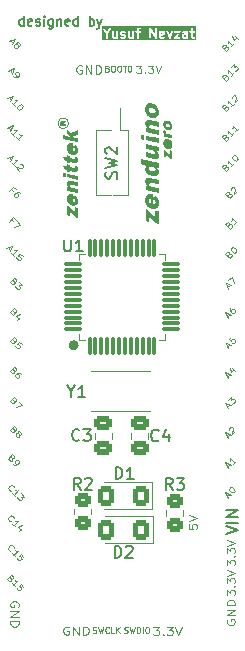
<source format=gto>
G04 #@! TF.GenerationSoftware,KiCad,Pcbnew,8.0.4*
G04 #@! TF.CreationDate,2024-10-13T11:01:47+03:00*
G04 #@! TF.ProjectId,stm32f0_nucleo,73746d33-3266-4305-9f6e-75636c656f2e,rev?*
G04 #@! TF.SameCoordinates,Original*
G04 #@! TF.FileFunction,Legend,Top*
G04 #@! TF.FilePolarity,Positive*
%FSLAX46Y46*%
G04 Gerber Fmt 4.6, Leading zero omitted, Abs format (unit mm)*
G04 Created by KiCad (PCBNEW 8.0.4) date 2024-10-13 11:01:47*
%MOMM*%
%LPD*%
G01*
G04 APERTURE LIST*
G04 Aperture macros list*
%AMRoundRect*
0 Rectangle with rounded corners*
0 $1 Rounding radius*
0 $2 $3 $4 $5 $6 $7 $8 $9 X,Y pos of 4 corners*
0 Add a 4 corners polygon primitive as box body*
4,1,4,$2,$3,$4,$5,$6,$7,$8,$9,$2,$3,0*
0 Add four circle primitives for the rounded corners*
1,1,$1+$1,$2,$3*
1,1,$1+$1,$4,$5*
1,1,$1+$1,$6,$7*
1,1,$1+$1,$8,$9*
0 Add four rect primitives between the rounded corners*
20,1,$1+$1,$2,$3,$4,$5,0*
20,1,$1+$1,$4,$5,$6,$7,0*
20,1,$1+$1,$6,$7,$8,$9,0*
20,1,$1+$1,$8,$9,$2,$3,0*%
G04 Aperture macros list end*
%ADD10C,0.200000*%
%ADD11C,0.100000*%
%ADD12C,0.120000*%
%ADD13C,0.150000*%
%ADD14C,0.080000*%
%ADD15C,0.250000*%
%ADD16C,0.170000*%
%ADD17C,0.125000*%
%ADD18C,0.450000*%
%ADD19RoundRect,0.250000X-0.475000X0.337500X-0.475000X-0.337500X0.475000X-0.337500X0.475000X0.337500X0*%
%ADD20O,1.700000X1.700000*%
%ADD21R,1.700000X1.700000*%
%ADD22RoundRect,0.250001X0.462499X0.624999X-0.462499X0.624999X-0.462499X-0.624999X0.462499X-0.624999X0*%
%ADD23RoundRect,0.250000X-0.450000X0.350000X-0.450000X-0.350000X0.450000X-0.350000X0.450000X0.350000X0*%
%ADD24R,0.760000X1.600000*%
%ADD25R,1.700000X2.400000*%
%ADD26RoundRect,0.075000X0.075000X-0.662500X0.075000X0.662500X-0.075000X0.662500X-0.075000X-0.662500X0*%
%ADD27RoundRect,0.075000X0.662500X-0.075000X0.662500X0.075000X-0.662500X0.075000X-0.662500X-0.075000X0*%
G04 APERTURE END LIST*
D10*
X156277219Y-101603183D02*
X157277219Y-101269850D01*
X157277219Y-101269850D02*
X156277219Y-100936517D01*
X157277219Y-100603183D02*
X156277219Y-100603183D01*
X157277219Y-100126993D02*
X156277219Y-100126993D01*
X156277219Y-100126993D02*
X157277219Y-99555565D01*
X157277219Y-99555565D02*
X156277219Y-99555565D01*
D11*
X150100074Y-109419133D02*
X150595312Y-109419133D01*
X150595312Y-109419133D02*
X150328646Y-109685800D01*
X150328646Y-109685800D02*
X150442931Y-109685800D01*
X150442931Y-109685800D02*
X150519122Y-109719133D01*
X150519122Y-109719133D02*
X150557217Y-109752466D01*
X150557217Y-109752466D02*
X150595312Y-109819133D01*
X150595312Y-109819133D02*
X150595312Y-109985800D01*
X150595312Y-109985800D02*
X150557217Y-110052466D01*
X150557217Y-110052466D02*
X150519122Y-110085800D01*
X150519122Y-110085800D02*
X150442931Y-110119133D01*
X150442931Y-110119133D02*
X150214360Y-110119133D01*
X150214360Y-110119133D02*
X150138169Y-110085800D01*
X150138169Y-110085800D02*
X150100074Y-110052466D01*
X150938170Y-110052466D02*
X150976265Y-110085800D01*
X150976265Y-110085800D02*
X150938170Y-110119133D01*
X150938170Y-110119133D02*
X150900074Y-110085800D01*
X150900074Y-110085800D02*
X150938170Y-110052466D01*
X150938170Y-110052466D02*
X150938170Y-110119133D01*
X151242931Y-109419133D02*
X151738169Y-109419133D01*
X151738169Y-109419133D02*
X151471503Y-109685800D01*
X151471503Y-109685800D02*
X151585788Y-109685800D01*
X151585788Y-109685800D02*
X151661979Y-109719133D01*
X151661979Y-109719133D02*
X151700074Y-109752466D01*
X151700074Y-109752466D02*
X151738169Y-109819133D01*
X151738169Y-109819133D02*
X151738169Y-109985800D01*
X151738169Y-109985800D02*
X151700074Y-110052466D01*
X151700074Y-110052466D02*
X151661979Y-110085800D01*
X151661979Y-110085800D02*
X151585788Y-110119133D01*
X151585788Y-110119133D02*
X151357217Y-110119133D01*
X151357217Y-110119133D02*
X151281026Y-110085800D01*
X151281026Y-110085800D02*
X151242931Y-110052466D01*
X151966741Y-109419133D02*
X152233408Y-110119133D01*
X152233408Y-110119133D02*
X152500074Y-109419133D01*
D12*
X142944532Y-66805468D02*
G75*
G02*
X142035466Y-66805468I-454533J0D01*
G01*
X142035466Y-66805468D02*
G75*
G02*
X142944532Y-66805468I454533J0D01*
G01*
D13*
X139152017Y-58524295D02*
X139152017Y-57724295D01*
X139152017Y-58486200D02*
X139075826Y-58524295D01*
X139075826Y-58524295D02*
X138923445Y-58524295D01*
X138923445Y-58524295D02*
X138847255Y-58486200D01*
X138847255Y-58486200D02*
X138809160Y-58448104D01*
X138809160Y-58448104D02*
X138771064Y-58371914D01*
X138771064Y-58371914D02*
X138771064Y-58143342D01*
X138771064Y-58143342D02*
X138809160Y-58067152D01*
X138809160Y-58067152D02*
X138847255Y-58029057D01*
X138847255Y-58029057D02*
X138923445Y-57990961D01*
X138923445Y-57990961D02*
X139075826Y-57990961D01*
X139075826Y-57990961D02*
X139152017Y-58029057D01*
X139837732Y-58486200D02*
X139761541Y-58524295D01*
X139761541Y-58524295D02*
X139609160Y-58524295D01*
X139609160Y-58524295D02*
X139532970Y-58486200D01*
X139532970Y-58486200D02*
X139494874Y-58410009D01*
X139494874Y-58410009D02*
X139494874Y-58105247D01*
X139494874Y-58105247D02*
X139532970Y-58029057D01*
X139532970Y-58029057D02*
X139609160Y-57990961D01*
X139609160Y-57990961D02*
X139761541Y-57990961D01*
X139761541Y-57990961D02*
X139837732Y-58029057D01*
X139837732Y-58029057D02*
X139875827Y-58105247D01*
X139875827Y-58105247D02*
X139875827Y-58181438D01*
X139875827Y-58181438D02*
X139494874Y-58257628D01*
X140180588Y-58486200D02*
X140256779Y-58524295D01*
X140256779Y-58524295D02*
X140409160Y-58524295D01*
X140409160Y-58524295D02*
X140485350Y-58486200D01*
X140485350Y-58486200D02*
X140523446Y-58410009D01*
X140523446Y-58410009D02*
X140523446Y-58371914D01*
X140523446Y-58371914D02*
X140485350Y-58295723D01*
X140485350Y-58295723D02*
X140409160Y-58257628D01*
X140409160Y-58257628D02*
X140294874Y-58257628D01*
X140294874Y-58257628D02*
X140218684Y-58219533D01*
X140218684Y-58219533D02*
X140180588Y-58143342D01*
X140180588Y-58143342D02*
X140180588Y-58105247D01*
X140180588Y-58105247D02*
X140218684Y-58029057D01*
X140218684Y-58029057D02*
X140294874Y-57990961D01*
X140294874Y-57990961D02*
X140409160Y-57990961D01*
X140409160Y-57990961D02*
X140485350Y-58029057D01*
X140866303Y-58524295D02*
X140866303Y-57990961D01*
X140866303Y-57724295D02*
X140828207Y-57762390D01*
X140828207Y-57762390D02*
X140866303Y-57800485D01*
X140866303Y-57800485D02*
X140904398Y-57762390D01*
X140904398Y-57762390D02*
X140866303Y-57724295D01*
X140866303Y-57724295D02*
X140866303Y-57800485D01*
X141590112Y-57990961D02*
X141590112Y-58638580D01*
X141590112Y-58638580D02*
X141552017Y-58714771D01*
X141552017Y-58714771D02*
X141513921Y-58752866D01*
X141513921Y-58752866D02*
X141437731Y-58790961D01*
X141437731Y-58790961D02*
X141323445Y-58790961D01*
X141323445Y-58790961D02*
X141247255Y-58752866D01*
X141590112Y-58486200D02*
X141513921Y-58524295D01*
X141513921Y-58524295D02*
X141361540Y-58524295D01*
X141361540Y-58524295D02*
X141285350Y-58486200D01*
X141285350Y-58486200D02*
X141247255Y-58448104D01*
X141247255Y-58448104D02*
X141209159Y-58371914D01*
X141209159Y-58371914D02*
X141209159Y-58143342D01*
X141209159Y-58143342D02*
X141247255Y-58067152D01*
X141247255Y-58067152D02*
X141285350Y-58029057D01*
X141285350Y-58029057D02*
X141361540Y-57990961D01*
X141361540Y-57990961D02*
X141513921Y-57990961D01*
X141513921Y-57990961D02*
X141590112Y-58029057D01*
X141971065Y-57990961D02*
X141971065Y-58524295D01*
X141971065Y-58067152D02*
X142009160Y-58029057D01*
X142009160Y-58029057D02*
X142085350Y-57990961D01*
X142085350Y-57990961D02*
X142199636Y-57990961D01*
X142199636Y-57990961D02*
X142275827Y-58029057D01*
X142275827Y-58029057D02*
X142313922Y-58105247D01*
X142313922Y-58105247D02*
X142313922Y-58524295D01*
X142999637Y-58486200D02*
X142923446Y-58524295D01*
X142923446Y-58524295D02*
X142771065Y-58524295D01*
X142771065Y-58524295D02*
X142694875Y-58486200D01*
X142694875Y-58486200D02*
X142656779Y-58410009D01*
X142656779Y-58410009D02*
X142656779Y-58105247D01*
X142656779Y-58105247D02*
X142694875Y-58029057D01*
X142694875Y-58029057D02*
X142771065Y-57990961D01*
X142771065Y-57990961D02*
X142923446Y-57990961D01*
X142923446Y-57990961D02*
X142999637Y-58029057D01*
X142999637Y-58029057D02*
X143037732Y-58105247D01*
X143037732Y-58105247D02*
X143037732Y-58181438D01*
X143037732Y-58181438D02*
X142656779Y-58257628D01*
X143723446Y-58524295D02*
X143723446Y-57724295D01*
X143723446Y-58486200D02*
X143647255Y-58524295D01*
X143647255Y-58524295D02*
X143494874Y-58524295D01*
X143494874Y-58524295D02*
X143418684Y-58486200D01*
X143418684Y-58486200D02*
X143380589Y-58448104D01*
X143380589Y-58448104D02*
X143342493Y-58371914D01*
X143342493Y-58371914D02*
X143342493Y-58143342D01*
X143342493Y-58143342D02*
X143380589Y-58067152D01*
X143380589Y-58067152D02*
X143418684Y-58029057D01*
X143418684Y-58029057D02*
X143494874Y-57990961D01*
X143494874Y-57990961D02*
X143647255Y-57990961D01*
X143647255Y-57990961D02*
X143723446Y-58029057D01*
X144713923Y-58524295D02*
X144713923Y-57724295D01*
X144713923Y-58029057D02*
X144790113Y-57990961D01*
X144790113Y-57990961D02*
X144942494Y-57990961D01*
X144942494Y-57990961D02*
X145018685Y-58029057D01*
X145018685Y-58029057D02*
X145056780Y-58067152D01*
X145056780Y-58067152D02*
X145094875Y-58143342D01*
X145094875Y-58143342D02*
X145094875Y-58371914D01*
X145094875Y-58371914D02*
X145056780Y-58448104D01*
X145056780Y-58448104D02*
X145018685Y-58486200D01*
X145018685Y-58486200D02*
X144942494Y-58524295D01*
X144942494Y-58524295D02*
X144790113Y-58524295D01*
X144790113Y-58524295D02*
X144713923Y-58486200D01*
X145361542Y-57990961D02*
X145552018Y-58524295D01*
X145742495Y-57990961D02*
X145552018Y-58524295D01*
X145552018Y-58524295D02*
X145475828Y-58714771D01*
X145475828Y-58714771D02*
X145437733Y-58752866D01*
X145437733Y-58752866D02*
X145361542Y-58790961D01*
D14*
X156370802Y-83174747D02*
X156572833Y-82972716D01*
X156431412Y-83316168D02*
X156219280Y-82821193D01*
X156219280Y-82821193D02*
X156714254Y-83033325D01*
X156683950Y-82356523D02*
X156603138Y-82437335D01*
X156603138Y-82437335D02*
X156579567Y-82494577D01*
X156579567Y-82494577D02*
X156576200Y-82531616D01*
X156576200Y-82531616D02*
X156586302Y-82622530D01*
X156586302Y-82622530D02*
X156633442Y-82710076D01*
X156633442Y-82710076D02*
X156768129Y-82844763D01*
X156768129Y-82844763D02*
X156822004Y-82858232D01*
X156822004Y-82858232D02*
X156859043Y-82854865D01*
X156859043Y-82854865D02*
X156916285Y-82831294D01*
X156916285Y-82831294D02*
X156997097Y-82750482D01*
X156997097Y-82750482D02*
X157020667Y-82693240D01*
X157020667Y-82693240D02*
X157024035Y-82656201D01*
X157024035Y-82656201D02*
X157010566Y-82602327D01*
X157010566Y-82602327D02*
X156926387Y-82518147D01*
X156926387Y-82518147D02*
X156872512Y-82504678D01*
X156872512Y-82504678D02*
X156835473Y-82508046D01*
X156835473Y-82508046D02*
X156778231Y-82531616D01*
X156778231Y-82531616D02*
X156697419Y-82612428D01*
X156697419Y-82612428D02*
X156673848Y-82669670D01*
X156673848Y-82669670D02*
X156670481Y-82706709D01*
X156670481Y-82706709D02*
X156683950Y-82760584D01*
D15*
G36*
X142814381Y-74594682D02*
G01*
X142814381Y-73800404D01*
X143006942Y-73840265D01*
X143470905Y-74369002D01*
X143470905Y-73910020D01*
X143696000Y-73956915D01*
X143696000Y-74810104D01*
X143482336Y-74765554D01*
X143039475Y-74264075D01*
X143039475Y-74641284D01*
X142814381Y-74594682D01*
G37*
G36*
X143203881Y-72773467D02*
G01*
X143263166Y-72782510D01*
X143283913Y-72786601D01*
X143320842Y-72794221D01*
X143320842Y-73452212D01*
X143380717Y-73452172D01*
X143435441Y-73433161D01*
X143476108Y-73386999D01*
X143489610Y-73325355D01*
X143489663Y-73320614D01*
X143480619Y-73260026D01*
X143466509Y-73223893D01*
X143431833Y-73174379D01*
X143414632Y-73155603D01*
X143452147Y-72840237D01*
X143502012Y-72879529D01*
X143546312Y-72919811D01*
X143590963Y-72968057D01*
X143628041Y-73017649D01*
X143653794Y-73061228D01*
X143677548Y-73116277D01*
X143695468Y-73178844D01*
X143706184Y-73238456D01*
X143712614Y-73303591D01*
X143714757Y-73374249D01*
X143713026Y-73435091D01*
X143706631Y-73498728D01*
X143693552Y-73561770D01*
X143671481Y-73620343D01*
X143665518Y-73631584D01*
X143629076Y-73681735D01*
X143581300Y-73723014D01*
X143528611Y-73752579D01*
X143509007Y-73760837D01*
X143445699Y-73778591D01*
X143384443Y-73784874D01*
X143318498Y-73782218D01*
X143256949Y-73772561D01*
X143194393Y-73756363D01*
X143135688Y-73734699D01*
X143080832Y-73707568D01*
X143029826Y-73674970D01*
X142982669Y-73636906D01*
X142939362Y-73593374D01*
X142923117Y-73574431D01*
X142886388Y-73524233D01*
X142855884Y-73470544D01*
X142831605Y-73413362D01*
X142813552Y-73352689D01*
X142801723Y-73288524D01*
X142796542Y-73225945D01*
X143020717Y-73225945D01*
X143028311Y-73285948D01*
X143053476Y-73342561D01*
X143066732Y-73360767D01*
X143113512Y-73399167D01*
X143152022Y-73416161D01*
X143152022Y-73092882D01*
X143091645Y-73097937D01*
X143051198Y-73123070D01*
X143025748Y-73176305D01*
X143020717Y-73225945D01*
X142796542Y-73225945D01*
X142796121Y-73220866D01*
X142795623Y-73192826D01*
X142797570Y-73127045D01*
X142803412Y-73067529D01*
X142815151Y-73006012D01*
X142835059Y-72946148D01*
X142851017Y-72914389D01*
X142885953Y-72865818D01*
X142934015Y-72823217D01*
X142985592Y-72795105D01*
X143011045Y-72785722D01*
X143075051Y-72772046D01*
X143140314Y-72769037D01*
X143203881Y-72773467D01*
G37*
G36*
X142814381Y-72520181D02*
G01*
X142814381Y-72214487D01*
X142957409Y-72244089D01*
X142916999Y-72201279D01*
X142878983Y-72154476D01*
X142845987Y-72104158D01*
X142833138Y-72079665D01*
X142811779Y-72023329D01*
X142799286Y-71961522D01*
X142795623Y-71900586D01*
X142800843Y-71837370D01*
X142819197Y-71777681D01*
X142855090Y-71725554D01*
X142879154Y-71705094D01*
X142933162Y-71679184D01*
X142993237Y-71668844D01*
X143055118Y-71669593D01*
X143115081Y-71677513D01*
X143136488Y-71681646D01*
X143696000Y-71798004D01*
X143696000Y-72127438D01*
X143210347Y-72026615D01*
X143150794Y-72019002D01*
X143092817Y-72031891D01*
X143060394Y-72083658D01*
X143058233Y-72108681D01*
X143071385Y-72168340D01*
X143104834Y-72215073D01*
X143154887Y-72249547D01*
X143209980Y-72271128D01*
X143271896Y-72286880D01*
X143696000Y-72375101D01*
X143696000Y-72703363D01*
X142814381Y-72520181D01*
G37*
G36*
X142495497Y-71321730D02*
G01*
X142495497Y-70993761D01*
X142720591Y-71040655D01*
X142720591Y-71368625D01*
X142495497Y-71321730D01*
G37*
G36*
X142814381Y-71388262D02*
G01*
X142814381Y-71060293D01*
X143696000Y-71243475D01*
X143696000Y-71571444D01*
X142814381Y-71388262D01*
G37*
G36*
X142495497Y-70378855D02*
G01*
X142814381Y-70445387D01*
X142814381Y-70264842D01*
X143058233Y-70315547D01*
X143058233Y-70496092D01*
X143382978Y-70563503D01*
X143442616Y-70571323D01*
X143460354Y-70569071D01*
X143489663Y-70518660D01*
X143480962Y-70460316D01*
X143467388Y-70412561D01*
X143688965Y-70434249D01*
X143700249Y-70496495D01*
X143708309Y-70556029D01*
X143713523Y-70619764D01*
X143714757Y-70666964D01*
X143712207Y-70730385D01*
X143702164Y-70792535D01*
X143682517Y-70841060D01*
X143641558Y-70883046D01*
X143583745Y-70906420D01*
X143522567Y-70910665D01*
X143461591Y-70905572D01*
X143396529Y-70895089D01*
X143369496Y-70889713D01*
X143058233Y-70825233D01*
X143058233Y-70945694D01*
X142814381Y-70894989D01*
X142814381Y-70774528D01*
X142660508Y-70742288D01*
X142495497Y-70378855D01*
G37*
G36*
X142495497Y-69633230D02*
G01*
X142814381Y-69699762D01*
X142814381Y-69519218D01*
X143058233Y-69569923D01*
X143058233Y-69750467D01*
X143382978Y-69817878D01*
X143442616Y-69825698D01*
X143460354Y-69823447D01*
X143489663Y-69773035D01*
X143480962Y-69714692D01*
X143467388Y-69666936D01*
X143688965Y-69688625D01*
X143700249Y-69750870D01*
X143708309Y-69810404D01*
X143713523Y-69874140D01*
X143714757Y-69921339D01*
X143712207Y-69984760D01*
X143702164Y-70046911D01*
X143682517Y-70095436D01*
X143641558Y-70137421D01*
X143583745Y-70160795D01*
X143522567Y-70165040D01*
X143461591Y-70159948D01*
X143396529Y-70149465D01*
X143369496Y-70144089D01*
X143058233Y-70079609D01*
X143058233Y-70200069D01*
X142814381Y-70149364D01*
X142814381Y-70028904D01*
X142660508Y-69996664D01*
X142495497Y-69633230D01*
G37*
G36*
X143203881Y-68483781D02*
G01*
X143263166Y-68492824D01*
X143283913Y-68496915D01*
X143320842Y-68504535D01*
X143320842Y-69162526D01*
X143380717Y-69162486D01*
X143435441Y-69143475D01*
X143476108Y-69097313D01*
X143489610Y-69035669D01*
X143489663Y-69030928D01*
X143480619Y-68970340D01*
X143466509Y-68934207D01*
X143431833Y-68884693D01*
X143414632Y-68865917D01*
X143452147Y-68550551D01*
X143502012Y-68589843D01*
X143546312Y-68630125D01*
X143590963Y-68678371D01*
X143628041Y-68727963D01*
X143653794Y-68771542D01*
X143677548Y-68826591D01*
X143695468Y-68889158D01*
X143706184Y-68948770D01*
X143712614Y-69013905D01*
X143714757Y-69084563D01*
X143713026Y-69145405D01*
X143706631Y-69209042D01*
X143693552Y-69272084D01*
X143671481Y-69330657D01*
X143665518Y-69341898D01*
X143629076Y-69392049D01*
X143581300Y-69433328D01*
X143528611Y-69462893D01*
X143509007Y-69471151D01*
X143445699Y-69488905D01*
X143384443Y-69495188D01*
X143318498Y-69492532D01*
X143256949Y-69482875D01*
X143194393Y-69466677D01*
X143135688Y-69445013D01*
X143080832Y-69417882D01*
X143029826Y-69385284D01*
X142982669Y-69347220D01*
X142939362Y-69303688D01*
X142923117Y-69284745D01*
X142886388Y-69234547D01*
X142855884Y-69180858D01*
X142831605Y-69123676D01*
X142813552Y-69063003D01*
X142801723Y-68998838D01*
X142796542Y-68936259D01*
X143020717Y-68936259D01*
X143028311Y-68996262D01*
X143053476Y-69052875D01*
X143066732Y-69071081D01*
X143113512Y-69109481D01*
X143152022Y-69126475D01*
X143152022Y-68803196D01*
X143091645Y-68808251D01*
X143051198Y-68833384D01*
X143025748Y-68886619D01*
X143020717Y-68936259D01*
X142796542Y-68936259D01*
X142796121Y-68931180D01*
X142795623Y-68903140D01*
X142797570Y-68837359D01*
X142803412Y-68777843D01*
X142815151Y-68716326D01*
X142835059Y-68656462D01*
X142851017Y-68624703D01*
X142885953Y-68576132D01*
X142934015Y-68533531D01*
X142985592Y-68505419D01*
X143011045Y-68496036D01*
X143075051Y-68482360D01*
X143140314Y-68479351D01*
X143203881Y-68483781D01*
G37*
G36*
X142495497Y-68163963D02*
G01*
X142495497Y-67828374D01*
X143086956Y-67951472D01*
X142814381Y-67649881D01*
X142814381Y-67246001D01*
X143123299Y-67617348D01*
X143696000Y-67411304D01*
X143696000Y-67781479D01*
X143343411Y-67881716D01*
X143466802Y-68030314D01*
X143696000Y-68078087D01*
X143696000Y-68413677D01*
X142495497Y-68163963D01*
G37*
D14*
X156518247Y-77908943D02*
X156595692Y-77865169D01*
X156595692Y-77865169D02*
X156632731Y-77861802D01*
X156632731Y-77861802D02*
X156686606Y-77875271D01*
X156686606Y-77875271D02*
X156737114Y-77925779D01*
X156737114Y-77925779D02*
X156750583Y-77979653D01*
X156750583Y-77979653D02*
X156747215Y-78016692D01*
X156747215Y-78016692D02*
X156723645Y-78073934D01*
X156723645Y-78073934D02*
X156562021Y-78235559D01*
X156562021Y-78235559D02*
X156208467Y-77882005D01*
X156208467Y-77882005D02*
X156349889Y-77740584D01*
X156349889Y-77740584D02*
X156407131Y-77717014D01*
X156407131Y-77717014D02*
X156444170Y-77713647D01*
X156444170Y-77713647D02*
X156498044Y-77727115D01*
X156498044Y-77727115D02*
X156531716Y-77760787D01*
X156531716Y-77760787D02*
X156545185Y-77814662D01*
X156545185Y-77814662D02*
X156541818Y-77851701D01*
X156541818Y-77851701D02*
X156518247Y-77908943D01*
X156518247Y-77908943D02*
X156376826Y-78050364D01*
X156713544Y-77376929D02*
X156753950Y-77336523D01*
X156753950Y-77336523D02*
X156811192Y-77312953D01*
X156811192Y-77312953D02*
X156848231Y-77309586D01*
X156848231Y-77309586D02*
X156902105Y-77323054D01*
X156902105Y-77323054D02*
X156989652Y-77370195D01*
X156989652Y-77370195D02*
X157073831Y-77454374D01*
X157073831Y-77454374D02*
X157120972Y-77541921D01*
X157120972Y-77541921D02*
X157134441Y-77595795D01*
X157134441Y-77595795D02*
X157131073Y-77632834D01*
X157131073Y-77632834D02*
X157107503Y-77690076D01*
X157107503Y-77690076D02*
X157067097Y-77730482D01*
X157067097Y-77730482D02*
X157009855Y-77754053D01*
X157009855Y-77754053D02*
X156972816Y-77757420D01*
X156972816Y-77757420D02*
X156918941Y-77743951D01*
X156918941Y-77743951D02*
X156831395Y-77696811D01*
X156831395Y-77696811D02*
X156747215Y-77612631D01*
X156747215Y-77612631D02*
X156700075Y-77525085D01*
X156700075Y-77525085D02*
X156686606Y-77471210D01*
X156686606Y-77471210D02*
X156689973Y-77434171D01*
X156689973Y-77434171D02*
X156713544Y-77376929D01*
X148672631Y-61919963D02*
X149105964Y-61919963D01*
X149105964Y-61919963D02*
X148872631Y-62156154D01*
X148872631Y-62156154D02*
X148972631Y-62156154D01*
X148972631Y-62156154D02*
X149039297Y-62185678D01*
X149039297Y-62185678D02*
X149072631Y-62215201D01*
X149072631Y-62215201D02*
X149105964Y-62274249D01*
X149105964Y-62274249D02*
X149105964Y-62421868D01*
X149105964Y-62421868D02*
X149072631Y-62480916D01*
X149072631Y-62480916D02*
X149039297Y-62510440D01*
X149039297Y-62510440D02*
X148972631Y-62539963D01*
X148972631Y-62539963D02*
X148772631Y-62539963D01*
X148772631Y-62539963D02*
X148705964Y-62510440D01*
X148705964Y-62510440D02*
X148672631Y-62480916D01*
X149405964Y-62480916D02*
X149439298Y-62510440D01*
X149439298Y-62510440D02*
X149405964Y-62539963D01*
X149405964Y-62539963D02*
X149372631Y-62510440D01*
X149372631Y-62510440D02*
X149405964Y-62480916D01*
X149405964Y-62480916D02*
X149405964Y-62539963D01*
X149672631Y-61919963D02*
X150105964Y-61919963D01*
X150105964Y-61919963D02*
X149872631Y-62156154D01*
X149872631Y-62156154D02*
X149972631Y-62156154D01*
X149972631Y-62156154D02*
X150039297Y-62185678D01*
X150039297Y-62185678D02*
X150072631Y-62215201D01*
X150072631Y-62215201D02*
X150105964Y-62274249D01*
X150105964Y-62274249D02*
X150105964Y-62421868D01*
X150105964Y-62421868D02*
X150072631Y-62480916D01*
X150072631Y-62480916D02*
X150039297Y-62510440D01*
X150039297Y-62510440D02*
X149972631Y-62539963D01*
X149972631Y-62539963D02*
X149772631Y-62539963D01*
X149772631Y-62539963D02*
X149705964Y-62510440D01*
X149705964Y-62510440D02*
X149672631Y-62480916D01*
X150305964Y-61919963D02*
X150539298Y-62539963D01*
X150539298Y-62539963D02*
X150772631Y-61919963D01*
X138241056Y-72498247D02*
X138099635Y-72356826D01*
X137914440Y-72542021D02*
X138267994Y-72188467D01*
X138267994Y-72188467D02*
X138470024Y-72390498D01*
X138813476Y-72733950D02*
X138732664Y-72653138D01*
X138732664Y-72653138D02*
X138675422Y-72629567D01*
X138675422Y-72629567D02*
X138638383Y-72626200D01*
X138638383Y-72626200D02*
X138547469Y-72636302D01*
X138547469Y-72636302D02*
X138459923Y-72683442D01*
X138459923Y-72683442D02*
X138325236Y-72818129D01*
X138325236Y-72818129D02*
X138311767Y-72872004D01*
X138311767Y-72872004D02*
X138315134Y-72909043D01*
X138315134Y-72909043D02*
X138338705Y-72966285D01*
X138338705Y-72966285D02*
X138419517Y-73047097D01*
X138419517Y-73047097D02*
X138476759Y-73070667D01*
X138476759Y-73070667D02*
X138513798Y-73074035D01*
X138513798Y-73074035D02*
X138567672Y-73060566D01*
X138567672Y-73060566D02*
X138651852Y-72976387D01*
X138651852Y-72976387D02*
X138665321Y-72922512D01*
X138665321Y-72922512D02*
X138661953Y-72885473D01*
X138661953Y-72885473D02*
X138638383Y-72828231D01*
X138638383Y-72828231D02*
X138557571Y-72747419D01*
X138557571Y-72747419D02*
X138500329Y-72723848D01*
X138500329Y-72723848D02*
X138463290Y-72720481D01*
X138463290Y-72720481D02*
X138409415Y-72733950D01*
D11*
X138677533Y-107735312D02*
X138710866Y-107659122D01*
X138710866Y-107659122D02*
X138710866Y-107544836D01*
X138710866Y-107544836D02*
X138677533Y-107430550D01*
X138677533Y-107430550D02*
X138610866Y-107354360D01*
X138610866Y-107354360D02*
X138544200Y-107316265D01*
X138544200Y-107316265D02*
X138410866Y-107278169D01*
X138410866Y-107278169D02*
X138310866Y-107278169D01*
X138310866Y-107278169D02*
X138177533Y-107316265D01*
X138177533Y-107316265D02*
X138110866Y-107354360D01*
X138110866Y-107354360D02*
X138044200Y-107430550D01*
X138044200Y-107430550D02*
X138010866Y-107544836D01*
X138010866Y-107544836D02*
X138010866Y-107621027D01*
X138010866Y-107621027D02*
X138044200Y-107735312D01*
X138044200Y-107735312D02*
X138077533Y-107773408D01*
X138077533Y-107773408D02*
X138310866Y-107773408D01*
X138310866Y-107773408D02*
X138310866Y-107621027D01*
X138010866Y-108116265D02*
X138710866Y-108116265D01*
X138710866Y-108116265D02*
X138010866Y-108573408D01*
X138010866Y-108573408D02*
X138710866Y-108573408D01*
X138010866Y-108954360D02*
X138710866Y-108954360D01*
X138710866Y-108954360D02*
X138710866Y-109144836D01*
X138710866Y-109144836D02*
X138677533Y-109259122D01*
X138677533Y-109259122D02*
X138610866Y-109335312D01*
X138610866Y-109335312D02*
X138544200Y-109373407D01*
X138544200Y-109373407D02*
X138410866Y-109411503D01*
X138410866Y-109411503D02*
X138310866Y-109411503D01*
X138310866Y-109411503D02*
X138177533Y-109373407D01*
X138177533Y-109373407D02*
X138110866Y-109335312D01*
X138110866Y-109335312D02*
X138044200Y-109259122D01*
X138044200Y-109259122D02*
X138010866Y-109144836D01*
X138010866Y-109144836D02*
X138010866Y-108954360D01*
D14*
X156218247Y-60348943D02*
X156295692Y-60305169D01*
X156295692Y-60305169D02*
X156332731Y-60301802D01*
X156332731Y-60301802D02*
X156386606Y-60315271D01*
X156386606Y-60315271D02*
X156437114Y-60365779D01*
X156437114Y-60365779D02*
X156450583Y-60419653D01*
X156450583Y-60419653D02*
X156447215Y-60456692D01*
X156447215Y-60456692D02*
X156423645Y-60513934D01*
X156423645Y-60513934D02*
X156262021Y-60675559D01*
X156262021Y-60675559D02*
X155908467Y-60322005D01*
X155908467Y-60322005D02*
X156049889Y-60180584D01*
X156049889Y-60180584D02*
X156107131Y-60157014D01*
X156107131Y-60157014D02*
X156144170Y-60153647D01*
X156144170Y-60153647D02*
X156198044Y-60167115D01*
X156198044Y-60167115D02*
X156231716Y-60200787D01*
X156231716Y-60200787D02*
X156245185Y-60254662D01*
X156245185Y-60254662D02*
X156241818Y-60291701D01*
X156241818Y-60291701D02*
X156218247Y-60348943D01*
X156218247Y-60348943D02*
X156076826Y-60490364D01*
X156908518Y-60029061D02*
X156666082Y-60271498D01*
X156787300Y-60150279D02*
X156433747Y-59796726D01*
X156433747Y-59796726D02*
X156443848Y-59887640D01*
X156443848Y-59887640D02*
X156437114Y-59961718D01*
X156437114Y-59961718D02*
X156413544Y-60018960D01*
X157036471Y-59429704D02*
X157272174Y-59665406D01*
X156800769Y-59396032D02*
X156952292Y-59749585D01*
X156952292Y-59749585D02*
X157214932Y-59486946D01*
X156370802Y-88244747D02*
X156572833Y-88042716D01*
X156431412Y-88386168D02*
X156219280Y-87891193D01*
X156219280Y-87891193D02*
X156714254Y-88103325D01*
X156801801Y-87544374D02*
X157037503Y-87780076D01*
X156566099Y-87510702D02*
X156717622Y-87864256D01*
X156717622Y-87864256D02*
X156980261Y-87601616D01*
X138050549Y-97920786D02*
X138013510Y-97917418D01*
X138013510Y-97917418D02*
X137936065Y-97873645D01*
X137936065Y-97873645D02*
X137895659Y-97833239D01*
X137895659Y-97833239D02*
X137851885Y-97755794D01*
X137851885Y-97755794D02*
X137845151Y-97681716D01*
X137845151Y-97681716D02*
X137858620Y-97627841D01*
X137858620Y-97627841D02*
X137905760Y-97540295D01*
X137905760Y-97540295D02*
X137956268Y-97489787D01*
X137956268Y-97489787D02*
X138043814Y-97442647D01*
X138043814Y-97442647D02*
X138097689Y-97429178D01*
X138097689Y-97429178D02*
X138171767Y-97435912D01*
X138171767Y-97435912D02*
X138249212Y-97479686D01*
X138249212Y-97479686D02*
X138289618Y-97520092D01*
X138289618Y-97520092D02*
X138333391Y-97597537D01*
X138333391Y-97597537D02*
X138336759Y-97634576D01*
X138420938Y-98358518D02*
X138178501Y-98116082D01*
X138299720Y-98237300D02*
X138653273Y-97883747D01*
X138653273Y-97883747D02*
X138562359Y-97893848D01*
X138562359Y-97893848D02*
X138488281Y-97887114D01*
X138488281Y-97887114D02*
X138431039Y-97863544D01*
X138915913Y-98146387D02*
X139178553Y-98409026D01*
X139178553Y-98409026D02*
X138902444Y-98402292D01*
X138902444Y-98402292D02*
X138963053Y-98462901D01*
X138963053Y-98462901D02*
X138986624Y-98520143D01*
X138986624Y-98520143D02*
X138989991Y-98557182D01*
X138989991Y-98557182D02*
X138976522Y-98611057D01*
X138976522Y-98611057D02*
X138892343Y-98695236D01*
X138892343Y-98695236D02*
X138838468Y-98708705D01*
X138838468Y-98708705D02*
X138801429Y-98705338D01*
X138801429Y-98705338D02*
X138744187Y-98681767D01*
X138744187Y-98681767D02*
X138622969Y-98560549D01*
X138622969Y-98560549D02*
X138599398Y-98503307D01*
X138599398Y-98503307D02*
X138596031Y-98466268D01*
D15*
G36*
X150975317Y-69655568D02*
G01*
X150975317Y-68993670D01*
X151135785Y-69026887D01*
X151522421Y-69467501D01*
X151522421Y-69085017D01*
X151710000Y-69124096D01*
X151710000Y-69835087D01*
X151531946Y-69797962D01*
X151162896Y-69380062D01*
X151162896Y-69694403D01*
X150975317Y-69655568D01*
G37*
G36*
X151299900Y-68137889D02*
G01*
X151349305Y-68145425D01*
X151366594Y-68148834D01*
X151397369Y-68155184D01*
X151397369Y-68703510D01*
X151447264Y-68703476D01*
X151492868Y-68687634D01*
X151526756Y-68649166D01*
X151538008Y-68597796D01*
X151538053Y-68593845D01*
X151530515Y-68543355D01*
X151518757Y-68513244D01*
X151489860Y-68471983D01*
X151475526Y-68456336D01*
X151506789Y-68193531D01*
X151548343Y-68226274D01*
X151585260Y-68259842D01*
X151622469Y-68300047D01*
X151653368Y-68341374D01*
X151674829Y-68377690D01*
X151694624Y-68423564D01*
X151709557Y-68475704D01*
X151718487Y-68525380D01*
X151723845Y-68579659D01*
X151725631Y-68638541D01*
X151724188Y-68689242D01*
X151718859Y-68742273D01*
X151707960Y-68794808D01*
X151689567Y-68843619D01*
X151684598Y-68852986D01*
X151654230Y-68894779D01*
X151614417Y-68929179D01*
X151570509Y-68953816D01*
X151554173Y-68960697D01*
X151501416Y-68975492D01*
X151450369Y-68980728D01*
X151395415Y-68978515D01*
X151344124Y-68970467D01*
X151291994Y-68956969D01*
X151243073Y-68938916D01*
X151197360Y-68916307D01*
X151154855Y-68889142D01*
X151115557Y-68857421D01*
X151079468Y-68821145D01*
X151065931Y-68805359D01*
X151035323Y-68763528D01*
X151009903Y-68718786D01*
X150989671Y-68671135D01*
X150974626Y-68620574D01*
X150964769Y-68567103D01*
X150960450Y-68514954D01*
X151147264Y-68514954D01*
X151153593Y-68564957D01*
X151174563Y-68612134D01*
X151185610Y-68627306D01*
X151224594Y-68659305D01*
X151256685Y-68673468D01*
X151256685Y-68404068D01*
X151206371Y-68408281D01*
X151172665Y-68429225D01*
X151151456Y-68473587D01*
X151147264Y-68514954D01*
X150960450Y-68514954D01*
X150960100Y-68510722D01*
X150959685Y-68487355D01*
X150961308Y-68432537D01*
X150966177Y-68382941D01*
X150975959Y-68331677D01*
X150992549Y-68281790D01*
X151005847Y-68255324D01*
X151034960Y-68214849D01*
X151075012Y-68179348D01*
X151117993Y-68155921D01*
X151139204Y-68148101D01*
X151192542Y-68136705D01*
X151246928Y-68134197D01*
X151299900Y-68137889D01*
G37*
G36*
X150975317Y-67924131D02*
G01*
X150975317Y-67667920D01*
X151096461Y-67693077D01*
X151056362Y-67663764D01*
X151017846Y-67629669D01*
X150988995Y-67594647D01*
X150967957Y-67549320D01*
X150959800Y-67498519D01*
X150959685Y-67491332D01*
X150965933Y-67441711D01*
X150982792Y-67394834D01*
X150997543Y-67367013D01*
X151199288Y-67493286D01*
X151181953Y-67540100D01*
X151178527Y-67565582D01*
X151189945Y-67615774D01*
X151221390Y-67655953D01*
X151224200Y-67658394D01*
X151269064Y-67688212D01*
X151316219Y-67709319D01*
X151365177Y-67725960D01*
X151422018Y-67741261D01*
X151464291Y-67750718D01*
X151710000Y-67801765D01*
X151710000Y-68076782D01*
X150975317Y-67924131D01*
G37*
G36*
X151294850Y-66565350D02*
G01*
X151340704Y-66572735D01*
X151392031Y-66586081D01*
X151440376Y-66604138D01*
X151485740Y-66626906D01*
X151528123Y-66654385D01*
X151567523Y-66686574D01*
X151603943Y-66723474D01*
X151617676Y-66739553D01*
X151648776Y-66782119D01*
X151674605Y-66827690D01*
X151695163Y-66876267D01*
X151710450Y-66927849D01*
X151720465Y-66982436D01*
X151725209Y-67040029D01*
X151725631Y-67063907D01*
X151723443Y-67115578D01*
X151715039Y-67172135D01*
X151700333Y-67222751D01*
X151679324Y-67267424D01*
X151646848Y-67312033D01*
X151635994Y-67323293D01*
X151591890Y-67358418D01*
X151542926Y-67383377D01*
X151489102Y-67398169D01*
X151430418Y-67402794D01*
X151377802Y-67398883D01*
X151344612Y-67393147D01*
X151293690Y-67379847D01*
X151245641Y-67361777D01*
X151200467Y-67338936D01*
X151158167Y-67311325D01*
X151118741Y-67278944D01*
X151082189Y-67241793D01*
X151068374Y-67225596D01*
X151037062Y-67182739D01*
X151011058Y-67137211D01*
X150990360Y-67089011D01*
X150974970Y-67038140D01*
X150964886Y-66984597D01*
X150961124Y-66940321D01*
X151147264Y-66940321D01*
X151156520Y-66990623D01*
X151181692Y-67033649D01*
X151195624Y-67049253D01*
X151234678Y-67079488D01*
X151280550Y-67101165D01*
X151330277Y-67115943D01*
X151342414Y-67118618D01*
X151394490Y-67126393D01*
X151446961Y-67125296D01*
X151490181Y-67110802D01*
X151526085Y-67074715D01*
X151538006Y-67027242D01*
X151538053Y-67023607D01*
X151529030Y-66974039D01*
X151501962Y-66928772D01*
X151490914Y-66916629D01*
X151451752Y-66886834D01*
X151404430Y-66865158D01*
X151352296Y-66850054D01*
X151339483Y-66847264D01*
X151288745Y-66839725D01*
X151237435Y-66841005D01*
X151194891Y-66855568D01*
X151159171Y-66890922D01*
X151147264Y-66940321D01*
X150961124Y-66940321D01*
X150960110Y-66928383D01*
X150959685Y-66905150D01*
X150961681Y-66853595D01*
X150969790Y-66794938D01*
X150984136Y-66742708D01*
X151004718Y-66696907D01*
X151037651Y-66650430D01*
X151079566Y-66613209D01*
X151087424Y-66607906D01*
X151134690Y-66583516D01*
X151186514Y-66568476D01*
X151242895Y-66562786D01*
X151294850Y-66565350D01*
G37*
D14*
X138311056Y-85208247D02*
X138354830Y-85285692D01*
X138354830Y-85285692D02*
X138358197Y-85322731D01*
X138358197Y-85322731D02*
X138344728Y-85376606D01*
X138344728Y-85376606D02*
X138294220Y-85427114D01*
X138294220Y-85427114D02*
X138240346Y-85440583D01*
X138240346Y-85440583D02*
X138203307Y-85437215D01*
X138203307Y-85437215D02*
X138146065Y-85413645D01*
X138146065Y-85413645D02*
X137984440Y-85252021D01*
X137984440Y-85252021D02*
X138337994Y-84898467D01*
X138337994Y-84898467D02*
X138479415Y-85039889D01*
X138479415Y-85039889D02*
X138502985Y-85097131D01*
X138502985Y-85097131D02*
X138506352Y-85134170D01*
X138506352Y-85134170D02*
X138492884Y-85188044D01*
X138492884Y-85188044D02*
X138459212Y-85221716D01*
X138459212Y-85221716D02*
X138405337Y-85235185D01*
X138405337Y-85235185D02*
X138368298Y-85231818D01*
X138368298Y-85231818D02*
X138311056Y-85208247D01*
X138311056Y-85208247D02*
X138169635Y-85066826D01*
X138964288Y-85524762D02*
X138762258Y-85322731D01*
X138762258Y-85322731D02*
X138573696Y-85470887D01*
X138573696Y-85470887D02*
X138610735Y-85474254D01*
X138610735Y-85474254D02*
X138667977Y-85497825D01*
X138667977Y-85497825D02*
X138768992Y-85598840D01*
X138768992Y-85598840D02*
X138792562Y-85656082D01*
X138792562Y-85656082D02*
X138795929Y-85693121D01*
X138795929Y-85693121D02*
X138782461Y-85746995D01*
X138782461Y-85746995D02*
X138698281Y-85831175D01*
X138698281Y-85831175D02*
X138644407Y-85844644D01*
X138644407Y-85844644D02*
X138607368Y-85841276D01*
X138607368Y-85841276D02*
X138550126Y-85817706D01*
X138550126Y-85817706D02*
X138449110Y-85716691D01*
X138449110Y-85716691D02*
X138425540Y-85659449D01*
X138425540Y-85659449D02*
X138422173Y-85622410D01*
X156380802Y-80654747D02*
X156582833Y-80452716D01*
X156441412Y-80796168D02*
X156229280Y-80301193D01*
X156229280Y-80301193D02*
X156724254Y-80513325D01*
X156471716Y-80058756D02*
X156754559Y-79775914D01*
X156754559Y-79775914D02*
X156926285Y-80311294D01*
X137835252Y-67130802D02*
X138037283Y-67332833D01*
X137693831Y-67191412D02*
X138188806Y-66979280D01*
X138188806Y-66979280D02*
X137976674Y-67474254D01*
X138340329Y-67837909D02*
X138097892Y-67595473D01*
X138219111Y-67716691D02*
X138572664Y-67363138D01*
X138572664Y-67363138D02*
X138481750Y-67373239D01*
X138481750Y-67373239D02*
X138407672Y-67366505D01*
X138407672Y-67366505D02*
X138350430Y-67342935D01*
X138744390Y-68241971D02*
X138501954Y-67999534D01*
X138623172Y-68120752D02*
X138976725Y-67767199D01*
X138976725Y-67767199D02*
X138885812Y-67777301D01*
X138885812Y-67777301D02*
X138811734Y-67770566D01*
X138811734Y-67770566D02*
X138754492Y-67746996D01*
X156218247Y-65448943D02*
X156295692Y-65405169D01*
X156295692Y-65405169D02*
X156332731Y-65401802D01*
X156332731Y-65401802D02*
X156386606Y-65415271D01*
X156386606Y-65415271D02*
X156437114Y-65465779D01*
X156437114Y-65465779D02*
X156450583Y-65519653D01*
X156450583Y-65519653D02*
X156447215Y-65556692D01*
X156447215Y-65556692D02*
X156423645Y-65613934D01*
X156423645Y-65613934D02*
X156262021Y-65775559D01*
X156262021Y-65775559D02*
X155908467Y-65422005D01*
X155908467Y-65422005D02*
X156049889Y-65280584D01*
X156049889Y-65280584D02*
X156107131Y-65257014D01*
X156107131Y-65257014D02*
X156144170Y-65253647D01*
X156144170Y-65253647D02*
X156198044Y-65267115D01*
X156198044Y-65267115D02*
X156231716Y-65300787D01*
X156231716Y-65300787D02*
X156245185Y-65354662D01*
X156245185Y-65354662D02*
X156241818Y-65391701D01*
X156241818Y-65391701D02*
X156218247Y-65448943D01*
X156218247Y-65448943D02*
X156076826Y-65590364D01*
X156908518Y-65129061D02*
X156666082Y-65371498D01*
X156787300Y-65250279D02*
X156433747Y-64896726D01*
X156433747Y-64896726D02*
X156443848Y-64987640D01*
X156443848Y-64987640D02*
X156437114Y-65061718D01*
X156437114Y-65061718D02*
X156413544Y-65118960D01*
X156750261Y-64647555D02*
X156753629Y-64610516D01*
X156753629Y-64610516D02*
X156777199Y-64553274D01*
X156777199Y-64553274D02*
X156878214Y-64452259D01*
X156878214Y-64452259D02*
X156935456Y-64428688D01*
X156935456Y-64428688D02*
X156972495Y-64425321D01*
X156972495Y-64425321D02*
X157026370Y-64438790D01*
X157026370Y-64438790D02*
X157060042Y-64472462D01*
X157060042Y-64472462D02*
X157090346Y-64543172D01*
X157090346Y-64543172D02*
X157049940Y-64987639D01*
X157049940Y-64987639D02*
X157312580Y-64725000D01*
X138291056Y-87728247D02*
X138334830Y-87805692D01*
X138334830Y-87805692D02*
X138338197Y-87842731D01*
X138338197Y-87842731D02*
X138324728Y-87896606D01*
X138324728Y-87896606D02*
X138274220Y-87947114D01*
X138274220Y-87947114D02*
X138220346Y-87960583D01*
X138220346Y-87960583D02*
X138183307Y-87957215D01*
X138183307Y-87957215D02*
X138126065Y-87933645D01*
X138126065Y-87933645D02*
X137964440Y-87772021D01*
X137964440Y-87772021D02*
X138317994Y-87418467D01*
X138317994Y-87418467D02*
X138459415Y-87559889D01*
X138459415Y-87559889D02*
X138482985Y-87617131D01*
X138482985Y-87617131D02*
X138486352Y-87654170D01*
X138486352Y-87654170D02*
X138472884Y-87708044D01*
X138472884Y-87708044D02*
X138439212Y-87741716D01*
X138439212Y-87741716D02*
X138385337Y-87755185D01*
X138385337Y-87755185D02*
X138348298Y-87751818D01*
X138348298Y-87751818D02*
X138291056Y-87728247D01*
X138291056Y-87728247D02*
X138149635Y-87586826D01*
X138924085Y-88024559D02*
X138843273Y-87943747D01*
X138843273Y-87943747D02*
X138786031Y-87920176D01*
X138786031Y-87920176D02*
X138748992Y-87916809D01*
X138748992Y-87916809D02*
X138658078Y-87926911D01*
X138658078Y-87926911D02*
X138570532Y-87974051D01*
X138570532Y-87974051D02*
X138435845Y-88108738D01*
X138435845Y-88108738D02*
X138422376Y-88162613D01*
X138422376Y-88162613D02*
X138425743Y-88199652D01*
X138425743Y-88199652D02*
X138449313Y-88256894D01*
X138449313Y-88256894D02*
X138530126Y-88337706D01*
X138530126Y-88337706D02*
X138587368Y-88361276D01*
X138587368Y-88361276D02*
X138624407Y-88364644D01*
X138624407Y-88364644D02*
X138678281Y-88351175D01*
X138678281Y-88351175D02*
X138762461Y-88266995D01*
X138762461Y-88266995D02*
X138775929Y-88213121D01*
X138775929Y-88213121D02*
X138772562Y-88176082D01*
X138772562Y-88176082D02*
X138748992Y-88118840D01*
X138748992Y-88118840D02*
X138668180Y-88038028D01*
X138668180Y-88038028D02*
X138610938Y-88014457D01*
X138610938Y-88014457D02*
X138573899Y-88011090D01*
X138573899Y-88011090D02*
X138520024Y-88024559D01*
D16*
G36*
X150939440Y-59141372D02*
G01*
X150949727Y-59161947D01*
X150744937Y-59202905D01*
X150744937Y-59174273D01*
X150761388Y-59141372D01*
X150794289Y-59124921D01*
X150906538Y-59124921D01*
X150939440Y-59141372D01*
G37*
G36*
X152898747Y-59482626D02*
G01*
X152887489Y-59488255D01*
X152737145Y-59488255D01*
X152704245Y-59471805D01*
X152687794Y-59438902D01*
X152687794Y-59402845D01*
X152704245Y-59369942D01*
X152737145Y-59353493D01*
X152898747Y-59353493D01*
X152898747Y-59482626D01*
G37*
G36*
X153727432Y-59747144D02*
G01*
X145724164Y-59747144D01*
X145724164Y-58771359D01*
X145813053Y-58771359D01*
X145818796Y-58804022D01*
X145826321Y-58818890D01*
X146079699Y-59217054D01*
X146079699Y-59573255D01*
X146081332Y-59589838D01*
X146094024Y-59620478D01*
X146117476Y-59643930D01*
X146148116Y-59656622D01*
X146181282Y-59656622D01*
X146211922Y-59643930D01*
X146235374Y-59620478D01*
X146248066Y-59589838D01*
X146249699Y-59573255D01*
X146249699Y-59217053D01*
X146362420Y-59039921D01*
X146613032Y-59039921D01*
X146613032Y-59458969D01*
X146614665Y-59475552D01*
X146615833Y-59478373D01*
X146616050Y-59481419D01*
X146622005Y-59496982D01*
X146660101Y-59573173D01*
X146661847Y-59575947D01*
X146662283Y-59577255D01*
X146663695Y-59578883D01*
X146668977Y-59587275D01*
X146677028Y-59594258D01*
X146684012Y-59602310D01*
X146692403Y-59607591D01*
X146694032Y-59609004D01*
X146695339Y-59609439D01*
X146698114Y-59611186D01*
X146774304Y-59649281D01*
X146789866Y-59655237D01*
X146792912Y-59655453D01*
X146795734Y-59656622D01*
X146812317Y-59658255D01*
X146926603Y-59658255D01*
X146943186Y-59656622D01*
X146946007Y-59655453D01*
X146949053Y-59655237D01*
X146964616Y-59649282D01*
X146987550Y-59637814D01*
X146993666Y-59643930D01*
X147024306Y-59656622D01*
X147057472Y-59656622D01*
X147088112Y-59643930D01*
X147111564Y-59620478D01*
X147124256Y-59589838D01*
X147125889Y-59573255D01*
X147125889Y-59154207D01*
X147298746Y-59154207D01*
X147298746Y-59192302D01*
X147300379Y-59208885D01*
X147301547Y-59211706D01*
X147301764Y-59214753D01*
X147307720Y-59230316D01*
X147345816Y-59306506D01*
X147347561Y-59309279D01*
X147347998Y-59310588D01*
X147349411Y-59312217D01*
X147354693Y-59320608D01*
X147362741Y-59327588D01*
X147369727Y-59335643D01*
X147378118Y-59340925D01*
X147379747Y-59342337D01*
X147381054Y-59342772D01*
X147383829Y-59344519D01*
X147460019Y-59382614D01*
X147475581Y-59388570D01*
X147478627Y-59388786D01*
X147481449Y-59389955D01*
X147498032Y-59391588D01*
X147592253Y-59391588D01*
X147625152Y-59408037D01*
X147641095Y-59439921D01*
X147625152Y-59471805D01*
X147592253Y-59488255D01*
X147480002Y-59488255D01*
X147421759Y-59459133D01*
X147406196Y-59453178D01*
X147373115Y-59450828D01*
X147341651Y-59461316D01*
X147316596Y-59483045D01*
X147301764Y-59512710D01*
X147299414Y-59545791D01*
X147309902Y-59577255D01*
X147331631Y-59602310D01*
X147345733Y-59611187D01*
X147421924Y-59649282D01*
X147437487Y-59655237D01*
X147440532Y-59655453D01*
X147443354Y-59656622D01*
X147459937Y-59658255D01*
X147612318Y-59658255D01*
X147628901Y-59656622D01*
X147631722Y-59655453D01*
X147634769Y-59655237D01*
X147650331Y-59649281D01*
X147726521Y-59611186D01*
X147729292Y-59609441D01*
X147730602Y-59609005D01*
X147732231Y-59607591D01*
X147740623Y-59602310D01*
X147747607Y-59594255D01*
X147755657Y-59587275D01*
X147760939Y-59578883D01*
X147762352Y-59577255D01*
X147762787Y-59575948D01*
X147764534Y-59573174D01*
X147802630Y-59496983D01*
X147808586Y-59481420D01*
X147808802Y-59478373D01*
X147809971Y-59475552D01*
X147811604Y-59458969D01*
X147811604Y-59420874D01*
X147809971Y-59404291D01*
X147808802Y-59401469D01*
X147808586Y-59398423D01*
X147802630Y-59382860D01*
X147764534Y-59306669D01*
X147762787Y-59303894D01*
X147762352Y-59302588D01*
X147760939Y-59300959D01*
X147755657Y-59292568D01*
X147747607Y-59285587D01*
X147740623Y-59277533D01*
X147732231Y-59272251D01*
X147730602Y-59270838D01*
X147729292Y-59270401D01*
X147726521Y-59268657D01*
X147650331Y-59230562D01*
X147634769Y-59224606D01*
X147631722Y-59224389D01*
X147628901Y-59223221D01*
X147612318Y-59221588D01*
X147518097Y-59221588D01*
X147485197Y-59205138D01*
X147469255Y-59173254D01*
X147485197Y-59141372D01*
X147518098Y-59124921D01*
X147592252Y-59124921D01*
X147650494Y-59154043D01*
X147666056Y-59159998D01*
X147699137Y-59162349D01*
X147730602Y-59151862D01*
X147755657Y-59130133D01*
X147770489Y-59100468D01*
X147772840Y-59067387D01*
X147763685Y-59039921D01*
X147984461Y-59039921D01*
X147984461Y-59458969D01*
X147986094Y-59475552D01*
X147987262Y-59478373D01*
X147987479Y-59481419D01*
X147993434Y-59496982D01*
X148031530Y-59573173D01*
X148033276Y-59575947D01*
X148033712Y-59577255D01*
X148035124Y-59578883D01*
X148040406Y-59587275D01*
X148048457Y-59594258D01*
X148055441Y-59602310D01*
X148063832Y-59607591D01*
X148065461Y-59609004D01*
X148066768Y-59609439D01*
X148069543Y-59611186D01*
X148145733Y-59649281D01*
X148161295Y-59655237D01*
X148164341Y-59655453D01*
X148167163Y-59656622D01*
X148183746Y-59658255D01*
X148298032Y-59658255D01*
X148314615Y-59656622D01*
X148317436Y-59655453D01*
X148320482Y-59655237D01*
X148336045Y-59649282D01*
X148358979Y-59637814D01*
X148365095Y-59643930D01*
X148395735Y-59656622D01*
X148428901Y-59656622D01*
X148459541Y-59643930D01*
X148482993Y-59620478D01*
X148495685Y-59589838D01*
X148497318Y-59573255D01*
X148497318Y-59039921D01*
X148495685Y-59023338D01*
X148595618Y-59023338D01*
X148595618Y-59056504D01*
X148608310Y-59087144D01*
X148631762Y-59110596D01*
X148662402Y-59123288D01*
X148678985Y-59124921D01*
X148708271Y-59124921D01*
X148708271Y-59573255D01*
X148709904Y-59589838D01*
X148722596Y-59620478D01*
X148746048Y-59643930D01*
X148776688Y-59656622D01*
X148809854Y-59656622D01*
X148840494Y-59643930D01*
X148863946Y-59620478D01*
X148876638Y-59589838D01*
X148878271Y-59573255D01*
X148878271Y-59124921D01*
X148983747Y-59124921D01*
X149000330Y-59123288D01*
X149030970Y-59110596D01*
X149054422Y-59087144D01*
X149067114Y-59056504D01*
X149067114Y-59023338D01*
X149054422Y-58992698D01*
X149030970Y-58969246D01*
X149000330Y-58956554D01*
X148983747Y-58954921D01*
X148878271Y-58954921D01*
X148878271Y-58907605D01*
X148894721Y-58874705D01*
X148927621Y-58858255D01*
X148983747Y-58858255D01*
X149000330Y-58856622D01*
X149030970Y-58843930D01*
X149054422Y-58820478D01*
X149067114Y-58789838D01*
X149067114Y-58773255D01*
X149774938Y-58773255D01*
X149774938Y-59573255D01*
X149776571Y-59589838D01*
X149789263Y-59620478D01*
X149812715Y-59643930D01*
X149843355Y-59656622D01*
X149876521Y-59656622D01*
X149907161Y-59643930D01*
X149930613Y-59620478D01*
X149943305Y-59589838D01*
X149944938Y-59573255D01*
X149944938Y-59093328D01*
X150243280Y-59615427D01*
X150245762Y-59618923D01*
X150246406Y-59620478D01*
X150247990Y-59622062D01*
X150252926Y-59629015D01*
X150261867Y-59635939D01*
X150269858Y-59643930D01*
X150274862Y-59646003D01*
X150279147Y-59649321D01*
X150290051Y-59652294D01*
X150300498Y-59656622D01*
X150305920Y-59656622D01*
X150311145Y-59658047D01*
X150322356Y-59656622D01*
X150333664Y-59656622D01*
X150338670Y-59654548D01*
X150344045Y-59653865D01*
X150353861Y-59648255D01*
X150364304Y-59643930D01*
X150368134Y-59640099D01*
X150372841Y-59637410D01*
X150379765Y-59628468D01*
X150387756Y-59620478D01*
X150389829Y-59615473D01*
X150393147Y-59611189D01*
X150396120Y-59600284D01*
X150400448Y-59589838D01*
X150401283Y-59581352D01*
X150401873Y-59579191D01*
X150401660Y-59577521D01*
X150402081Y-59573255D01*
X150402081Y-59154207D01*
X150574937Y-59154207D01*
X150574937Y-59458969D01*
X150576570Y-59475552D01*
X150577738Y-59478373D01*
X150577955Y-59481420D01*
X150583911Y-59496983D01*
X150622007Y-59573173D01*
X150623752Y-59575946D01*
X150624189Y-59577255D01*
X150625602Y-59578884D01*
X150630884Y-59587275D01*
X150638932Y-59594255D01*
X150645918Y-59602310D01*
X150654309Y-59607592D01*
X150655938Y-59609004D01*
X150657245Y-59609439D01*
X150660020Y-59611186D01*
X150736210Y-59649281D01*
X150751772Y-59655237D01*
X150754818Y-59655453D01*
X150757640Y-59656622D01*
X150774223Y-59658255D01*
X150926604Y-59658255D01*
X150943187Y-59656622D01*
X150946008Y-59655453D01*
X150949054Y-59655237D01*
X150964617Y-59649282D01*
X151040808Y-59611186D01*
X151054910Y-59602310D01*
X151076639Y-59577255D01*
X151087127Y-59545791D01*
X151084777Y-59512710D01*
X151069945Y-59483045D01*
X151044890Y-59461316D01*
X151013426Y-59450828D01*
X150980345Y-59453178D01*
X150964782Y-59459133D01*
X150906537Y-59488255D01*
X150794288Y-59488255D01*
X150761388Y-59471805D01*
X150744937Y-59438902D01*
X150744937Y-59376271D01*
X151057470Y-59313765D01*
X151057473Y-59313765D01*
X151057475Y-59313763D01*
X151057560Y-59313747D01*
X151073500Y-59308894D01*
X151080419Y-59304259D01*
X151088113Y-59301073D01*
X151094064Y-59295121D01*
X151101056Y-59290439D01*
X151105674Y-59283511D01*
X151111565Y-59277621D01*
X151114786Y-59269843D01*
X151119453Y-59262844D01*
X151121068Y-59254677D01*
X151124257Y-59246981D01*
X151125890Y-59230398D01*
X151125890Y-59154207D01*
X151124257Y-59137624D01*
X151123088Y-59134802D01*
X151122872Y-59131756D01*
X151116916Y-59116194D01*
X151084990Y-59052343D01*
X151223468Y-59052343D01*
X151227508Y-59068510D01*
X151417984Y-59601844D01*
X151425099Y-59616911D01*
X151427962Y-59620074D01*
X151429789Y-59623930D01*
X151439012Y-59632280D01*
X151447357Y-59641497D01*
X151451210Y-59643322D01*
X151454376Y-59646188D01*
X151466101Y-59650375D01*
X151477331Y-59655695D01*
X151481587Y-59655906D01*
X151485609Y-59657343D01*
X151498031Y-59656724D01*
X151510454Y-59657343D01*
X151514475Y-59655906D01*
X151518733Y-59655695D01*
X151529967Y-59650374D01*
X151541688Y-59646188D01*
X151544851Y-59643324D01*
X151548707Y-59641498D01*
X151557057Y-59632274D01*
X151566274Y-59623930D01*
X151568099Y-59620076D01*
X151570965Y-59616911D01*
X151578080Y-59601844D01*
X151590623Y-59566723D01*
X151832332Y-59566723D01*
X151833713Y-59578233D01*
X151833713Y-59589838D01*
X151835673Y-59594569D01*
X151836283Y-59599653D01*
X151841966Y-59609763D01*
X151846405Y-59620478D01*
X151850024Y-59624097D01*
X151852535Y-59628563D01*
X151861657Y-59635730D01*
X151869857Y-59643930D01*
X151874587Y-59645889D01*
X151878614Y-59649053D01*
X151889778Y-59652181D01*
X151900497Y-59656622D01*
X151908395Y-59657399D01*
X151910548Y-59658003D01*
X151912338Y-59657788D01*
X151917080Y-59658255D01*
X152336128Y-59658255D01*
X152352711Y-59656622D01*
X152383351Y-59643930D01*
X152406803Y-59620478D01*
X152419495Y-59589838D01*
X152419495Y-59556672D01*
X152406803Y-59526032D01*
X152383351Y-59502580D01*
X152352711Y-59489888D01*
X152336128Y-59488255D01*
X152091964Y-59488255D01*
X152174838Y-59382779D01*
X152517794Y-59382779D01*
X152517794Y-59458969D01*
X152519427Y-59475552D01*
X152520595Y-59478373D01*
X152520812Y-59481420D01*
X152526768Y-59496983D01*
X152564864Y-59573173D01*
X152566609Y-59575946D01*
X152567046Y-59577255D01*
X152568459Y-59578884D01*
X152573741Y-59587275D01*
X152581789Y-59594255D01*
X152588775Y-59602310D01*
X152597166Y-59607592D01*
X152598795Y-59609004D01*
X152600102Y-59609439D01*
X152602877Y-59611186D01*
X152679067Y-59649281D01*
X152694629Y-59655237D01*
X152697675Y-59655453D01*
X152700497Y-59656622D01*
X152717080Y-59658255D01*
X152907556Y-59658255D01*
X152924139Y-59656622D01*
X152926960Y-59655453D01*
X152930006Y-59655237D01*
X152945569Y-59649282D01*
X152947324Y-59648404D01*
X152967164Y-59656622D01*
X153000330Y-59656622D01*
X153030970Y-59643930D01*
X153054422Y-59620478D01*
X153067114Y-59589838D01*
X153068747Y-59573255D01*
X153068747Y-59154207D01*
X153067114Y-59137624D01*
X153065945Y-59134802D01*
X153065729Y-59131756D01*
X153059773Y-59116194D01*
X153021678Y-59040004D01*
X153019931Y-59037229D01*
X153019496Y-59035922D01*
X153018084Y-59034293D01*
X153012802Y-59025902D01*
X153009846Y-59023338D01*
X153167047Y-59023338D01*
X153167047Y-59056504D01*
X153179739Y-59087144D01*
X153203191Y-59110596D01*
X153233831Y-59123288D01*
X153250414Y-59124921D01*
X153279700Y-59124921D01*
X153279700Y-59458969D01*
X153281333Y-59475552D01*
X153282501Y-59478373D01*
X153282718Y-59481419D01*
X153288673Y-59496982D01*
X153326769Y-59573173D01*
X153328515Y-59575947D01*
X153328951Y-59577255D01*
X153330363Y-59578883D01*
X153335645Y-59587275D01*
X153343696Y-59594258D01*
X153350680Y-59602310D01*
X153359071Y-59607591D01*
X153360700Y-59609004D01*
X153362007Y-59609439D01*
X153364782Y-59611186D01*
X153440972Y-59649281D01*
X153456534Y-59655237D01*
X153459580Y-59655453D01*
X153462402Y-59656622D01*
X153478985Y-59658255D01*
X153555176Y-59658255D01*
X153571759Y-59656622D01*
X153602399Y-59643930D01*
X153625851Y-59620478D01*
X153638543Y-59589838D01*
X153638543Y-59556672D01*
X153625851Y-59526032D01*
X153602399Y-59502580D01*
X153571759Y-59489888D01*
X153555176Y-59488255D01*
X153499050Y-59488255D01*
X153466151Y-59471805D01*
X153449700Y-59438902D01*
X153449700Y-59124921D01*
X153555176Y-59124921D01*
X153571759Y-59123288D01*
X153602399Y-59110596D01*
X153625851Y-59087144D01*
X153638543Y-59056504D01*
X153638543Y-59023338D01*
X153625851Y-58992698D01*
X153602399Y-58969246D01*
X153571759Y-58956554D01*
X153555176Y-58954921D01*
X153449700Y-58954921D01*
X153449700Y-58773255D01*
X153448067Y-58756672D01*
X153435375Y-58726032D01*
X153411923Y-58702580D01*
X153381283Y-58689888D01*
X153348117Y-58689888D01*
X153317477Y-58702580D01*
X153294025Y-58726032D01*
X153281333Y-58756672D01*
X153279700Y-58773255D01*
X153279700Y-58954921D01*
X153250414Y-58954921D01*
X153233831Y-58956554D01*
X153203191Y-58969246D01*
X153179739Y-58992698D01*
X153167047Y-59023338D01*
X153009846Y-59023338D01*
X153004747Y-59018916D01*
X152997767Y-59010868D01*
X152989376Y-59005586D01*
X152987747Y-59004173D01*
X152986438Y-59003736D01*
X152983665Y-59001991D01*
X152907475Y-58963895D01*
X152891912Y-58957939D01*
X152888865Y-58957722D01*
X152886044Y-58956554D01*
X152869461Y-58954921D01*
X152717080Y-58954921D01*
X152700497Y-58956554D01*
X152697673Y-58957723D01*
X152694628Y-58957940D01*
X152679066Y-58963895D01*
X152602876Y-59001991D01*
X152588774Y-59010868D01*
X152567045Y-59035923D01*
X152556557Y-59067387D01*
X152558908Y-59100468D01*
X152573741Y-59130133D01*
X152598796Y-59151862D01*
X152630260Y-59162350D01*
X152663341Y-59159999D01*
X152678904Y-59154043D01*
X152737146Y-59124921D01*
X152849395Y-59124921D01*
X152882297Y-59141372D01*
X152898747Y-59174272D01*
X152898747Y-59177864D01*
X152887489Y-59183493D01*
X152717080Y-59183493D01*
X152700497Y-59185126D01*
X152697675Y-59186294D01*
X152694629Y-59186511D01*
X152679067Y-59192467D01*
X152602877Y-59230562D01*
X152600102Y-59232308D01*
X152598795Y-59232744D01*
X152597166Y-59234155D01*
X152588775Y-59239438D01*
X152581789Y-59247492D01*
X152573741Y-59254473D01*
X152568459Y-59262863D01*
X152567046Y-59264493D01*
X152566609Y-59265801D01*
X152564864Y-59268575D01*
X152526768Y-59344765D01*
X152520812Y-59360328D01*
X152520595Y-59363374D01*
X152519427Y-59366196D01*
X152517794Y-59382779D01*
X152174838Y-59382779D01*
X152402965Y-59092436D01*
X152405526Y-59088420D01*
X152406803Y-59087144D01*
X152407659Y-59085076D01*
X152411926Y-59078388D01*
X152415055Y-59067221D01*
X152419495Y-59056504D01*
X152419495Y-59051380D01*
X152420876Y-59046453D01*
X152419495Y-59034942D01*
X152419495Y-59023338D01*
X152417534Y-59018606D01*
X152416925Y-59013523D01*
X152411241Y-59003412D01*
X152406803Y-58992698D01*
X152403183Y-58989078D01*
X152400673Y-58984613D01*
X152391550Y-58977445D01*
X152383351Y-58969246D01*
X152378620Y-58967286D01*
X152374594Y-58964123D01*
X152363429Y-58960994D01*
X152352711Y-58956554D01*
X152344812Y-58955776D01*
X152342660Y-58955173D01*
X152340869Y-58955387D01*
X152336128Y-58954921D01*
X151917080Y-58954921D01*
X151900497Y-58956554D01*
X151869857Y-58969246D01*
X151846405Y-58992698D01*
X151833713Y-59023338D01*
X151833713Y-59056504D01*
X151846405Y-59087144D01*
X151869857Y-59110596D01*
X151900497Y-59123288D01*
X151917080Y-59124921D01*
X152161244Y-59124921D01*
X151850243Y-59520740D01*
X151847682Y-59524754D01*
X151846405Y-59526032D01*
X151845548Y-59528100D01*
X151841282Y-59534789D01*
X151838153Y-59545953D01*
X151833713Y-59556672D01*
X151833713Y-59561795D01*
X151832332Y-59566723D01*
X151590623Y-59566723D01*
X151768557Y-59068510D01*
X151772597Y-59052344D01*
X151770949Y-59019220D01*
X151756751Y-58989247D01*
X151732165Y-58966989D01*
X151700931Y-58955834D01*
X151667808Y-58957481D01*
X151637834Y-58971679D01*
X151615576Y-58996265D01*
X151608461Y-59011333D01*
X151498032Y-59320531D01*
X151387604Y-59011332D01*
X151380489Y-58996265D01*
X151358231Y-58971679D01*
X151328257Y-58957481D01*
X151295134Y-58955833D01*
X151263900Y-58966988D01*
X151239314Y-58989246D01*
X151225116Y-59019220D01*
X151223468Y-59052343D01*
X151084990Y-59052343D01*
X151078821Y-59040004D01*
X151077074Y-59037229D01*
X151076639Y-59035922D01*
X151075227Y-59034293D01*
X151069945Y-59025902D01*
X151061890Y-59018916D01*
X151054910Y-59010868D01*
X151046519Y-59005586D01*
X151044890Y-59004173D01*
X151043581Y-59003736D01*
X151040808Y-59001991D01*
X150964618Y-58963895D01*
X150949055Y-58957939D01*
X150946008Y-58957722D01*
X150943187Y-58956554D01*
X150926604Y-58954921D01*
X150774223Y-58954921D01*
X150757640Y-58956554D01*
X150754816Y-58957723D01*
X150751771Y-58957940D01*
X150736209Y-58963895D01*
X150660019Y-59001991D01*
X150657243Y-59003738D01*
X150655939Y-59004173D01*
X150654314Y-59005582D01*
X150645917Y-59010868D01*
X150638931Y-59018922D01*
X150630884Y-59025902D01*
X150625601Y-59034293D01*
X150624188Y-59035923D01*
X150623751Y-59037231D01*
X150622007Y-59040003D01*
X150583911Y-59116193D01*
X150577955Y-59131756D01*
X150577738Y-59134803D01*
X150576570Y-59137624D01*
X150574937Y-59154207D01*
X150402081Y-59154207D01*
X150402081Y-58773255D01*
X150400448Y-58756672D01*
X150387756Y-58726032D01*
X150364304Y-58702580D01*
X150333664Y-58689888D01*
X150300498Y-58689888D01*
X150269858Y-58702580D01*
X150246406Y-58726032D01*
X150233714Y-58756672D01*
X150232081Y-58773255D01*
X150232081Y-59253181D01*
X149933739Y-58731083D01*
X149931256Y-58727586D01*
X149930613Y-58726032D01*
X149929028Y-58724447D01*
X149924093Y-58717495D01*
X149915151Y-58710570D01*
X149907161Y-58702580D01*
X149902156Y-58700506D01*
X149897872Y-58697189D01*
X149886967Y-58694215D01*
X149876521Y-58689888D01*
X149871099Y-58689888D01*
X149865874Y-58688463D01*
X149854663Y-58689888D01*
X149843355Y-58689888D01*
X149838348Y-58691961D01*
X149832974Y-58692645D01*
X149823157Y-58698254D01*
X149812715Y-58702580D01*
X149808884Y-58706410D01*
X149804178Y-58709100D01*
X149797253Y-58718041D01*
X149789263Y-58726032D01*
X149787189Y-58731036D01*
X149783872Y-58735321D01*
X149780898Y-58746225D01*
X149776571Y-58756672D01*
X149775735Y-58765157D01*
X149775146Y-58767319D01*
X149775358Y-58768988D01*
X149774938Y-58773255D01*
X149067114Y-58773255D01*
X149067114Y-58756672D01*
X149054422Y-58726032D01*
X149030970Y-58702580D01*
X149000330Y-58689888D01*
X148983747Y-58688255D01*
X148907556Y-58688255D01*
X148890973Y-58689888D01*
X148888151Y-58691056D01*
X148885105Y-58691273D01*
X148869543Y-58697229D01*
X148793353Y-58735324D01*
X148790578Y-58737070D01*
X148789271Y-58737506D01*
X148787642Y-58738918D01*
X148779251Y-58744200D01*
X148772267Y-58752251D01*
X148764216Y-58759235D01*
X148758934Y-58767626D01*
X148757522Y-58769255D01*
X148757086Y-58770562D01*
X148755340Y-58773337D01*
X148717245Y-58849527D01*
X148711289Y-58865089D01*
X148711072Y-58868135D01*
X148709904Y-58870957D01*
X148708271Y-58887540D01*
X148708271Y-58954921D01*
X148678985Y-58954921D01*
X148662402Y-58956554D01*
X148631762Y-58969246D01*
X148608310Y-58992698D01*
X148595618Y-59023338D01*
X148495685Y-59023338D01*
X148482993Y-58992698D01*
X148459541Y-58969246D01*
X148428901Y-58956554D01*
X148395735Y-58956554D01*
X148365095Y-58969246D01*
X148341643Y-58992698D01*
X148328951Y-59023338D01*
X148327318Y-59039921D01*
X148327318Y-59461856D01*
X148323873Y-59465301D01*
X148277965Y-59488255D01*
X148203811Y-59488255D01*
X148170912Y-59471805D01*
X148154461Y-59438902D01*
X148154461Y-59039921D01*
X148152828Y-59023338D01*
X148140136Y-58992698D01*
X148116684Y-58969246D01*
X148086044Y-58956554D01*
X148052878Y-58956554D01*
X148022238Y-58969246D01*
X147998786Y-58992698D01*
X147986094Y-59023338D01*
X147984461Y-59039921D01*
X147763685Y-59039921D01*
X147762352Y-59035923D01*
X147740623Y-59010868D01*
X147726522Y-59001991D01*
X147650332Y-58963895D01*
X147634769Y-58957939D01*
X147631721Y-58957722D01*
X147628901Y-58956554D01*
X147612318Y-58954921D01*
X147498032Y-58954921D01*
X147481449Y-58956554D01*
X147478625Y-58957723D01*
X147475580Y-58957940D01*
X147460018Y-58963895D01*
X147383828Y-59001991D01*
X147381052Y-59003738D01*
X147379748Y-59004173D01*
X147378123Y-59005582D01*
X147369726Y-59010868D01*
X147362740Y-59018922D01*
X147354693Y-59025902D01*
X147349410Y-59034293D01*
X147347997Y-59035923D01*
X147347560Y-59037231D01*
X147345816Y-59040003D01*
X147307720Y-59116193D01*
X147301764Y-59131756D01*
X147301547Y-59134803D01*
X147300379Y-59137624D01*
X147298746Y-59154207D01*
X147125889Y-59154207D01*
X147125889Y-59039921D01*
X147124256Y-59023338D01*
X147111564Y-58992698D01*
X147088112Y-58969246D01*
X147057472Y-58956554D01*
X147024306Y-58956554D01*
X146993666Y-58969246D01*
X146970214Y-58992698D01*
X146957522Y-59023338D01*
X146955889Y-59039921D01*
X146955889Y-59461856D01*
X146952444Y-59465301D01*
X146906536Y-59488255D01*
X146832382Y-59488255D01*
X146799483Y-59471805D01*
X146783032Y-59438902D01*
X146783032Y-59039921D01*
X146781399Y-59023338D01*
X146768707Y-58992698D01*
X146745255Y-58969246D01*
X146714615Y-58956554D01*
X146681449Y-58956554D01*
X146650809Y-58969246D01*
X146627357Y-58992698D01*
X146614665Y-59023338D01*
X146613032Y-59039921D01*
X146362420Y-59039921D01*
X146503076Y-58818890D01*
X146510601Y-58804022D01*
X146516344Y-58771359D01*
X146509149Y-58738982D01*
X146490113Y-58711825D01*
X146462132Y-58694019D01*
X146429468Y-58688277D01*
X146397092Y-58695471D01*
X146369934Y-58714507D01*
X146359654Y-58727621D01*
X146164698Y-59033979D01*
X145969743Y-58727620D01*
X145959462Y-58714507D01*
X145932305Y-58695471D01*
X145899928Y-58688276D01*
X145867265Y-58694019D01*
X145839284Y-58711825D01*
X145820248Y-58738982D01*
X145813053Y-58771359D01*
X145724164Y-58771359D01*
X145724164Y-58599366D01*
X153727432Y-58599366D01*
X153727432Y-59747144D01*
G37*
D11*
X147651027Y-109929800D02*
X147722455Y-109953609D01*
X147722455Y-109953609D02*
X147841503Y-109953609D01*
X147841503Y-109953609D02*
X147889122Y-109929800D01*
X147889122Y-109929800D02*
X147912931Y-109905990D01*
X147912931Y-109905990D02*
X147936741Y-109858371D01*
X147936741Y-109858371D02*
X147936741Y-109810752D01*
X147936741Y-109810752D02*
X147912931Y-109763133D01*
X147912931Y-109763133D02*
X147889122Y-109739323D01*
X147889122Y-109739323D02*
X147841503Y-109715514D01*
X147841503Y-109715514D02*
X147746265Y-109691704D01*
X147746265Y-109691704D02*
X147698646Y-109667895D01*
X147698646Y-109667895D02*
X147674836Y-109644085D01*
X147674836Y-109644085D02*
X147651027Y-109596466D01*
X147651027Y-109596466D02*
X147651027Y-109548847D01*
X147651027Y-109548847D02*
X147674836Y-109501228D01*
X147674836Y-109501228D02*
X147698646Y-109477419D01*
X147698646Y-109477419D02*
X147746265Y-109453609D01*
X147746265Y-109453609D02*
X147865312Y-109453609D01*
X147865312Y-109453609D02*
X147936741Y-109477419D01*
X148103407Y-109453609D02*
X148222455Y-109953609D01*
X148222455Y-109953609D02*
X148317693Y-109596466D01*
X148317693Y-109596466D02*
X148412931Y-109953609D01*
X148412931Y-109953609D02*
X148531979Y-109453609D01*
X148722455Y-109953609D02*
X148722455Y-109453609D01*
X148722455Y-109453609D02*
X148841503Y-109453609D01*
X148841503Y-109453609D02*
X148912931Y-109477419D01*
X148912931Y-109477419D02*
X148960550Y-109525038D01*
X148960550Y-109525038D02*
X148984360Y-109572657D01*
X148984360Y-109572657D02*
X149008169Y-109667895D01*
X149008169Y-109667895D02*
X149008169Y-109739323D01*
X149008169Y-109739323D02*
X148984360Y-109834561D01*
X148984360Y-109834561D02*
X148960550Y-109882180D01*
X148960550Y-109882180D02*
X148912931Y-109929800D01*
X148912931Y-109929800D02*
X148841503Y-109953609D01*
X148841503Y-109953609D02*
X148722455Y-109953609D01*
X149222455Y-109953609D02*
X149222455Y-109453609D01*
X149555788Y-109453609D02*
X149651026Y-109453609D01*
X149651026Y-109453609D02*
X149698645Y-109477419D01*
X149698645Y-109477419D02*
X149746264Y-109525038D01*
X149746264Y-109525038D02*
X149770074Y-109620276D01*
X149770074Y-109620276D02*
X149770074Y-109786942D01*
X149770074Y-109786942D02*
X149746264Y-109882180D01*
X149746264Y-109882180D02*
X149698645Y-109929800D01*
X149698645Y-109929800D02*
X149651026Y-109953609D01*
X149651026Y-109953609D02*
X149555788Y-109953609D01*
X149555788Y-109953609D02*
X149508169Y-109929800D01*
X149508169Y-109929800D02*
X149460550Y-109882180D01*
X149460550Y-109882180D02*
X149436741Y-109786942D01*
X149436741Y-109786942D02*
X149436741Y-109620276D01*
X149436741Y-109620276D02*
X149460550Y-109525038D01*
X149460550Y-109525038D02*
X149508169Y-109477419D01*
X149508169Y-109477419D02*
X149555788Y-109453609D01*
D14*
X138041056Y-105318247D02*
X138084830Y-105395692D01*
X138084830Y-105395692D02*
X138088197Y-105432731D01*
X138088197Y-105432731D02*
X138074728Y-105486606D01*
X138074728Y-105486606D02*
X138024220Y-105537114D01*
X138024220Y-105537114D02*
X137970346Y-105550583D01*
X137970346Y-105550583D02*
X137933307Y-105547215D01*
X137933307Y-105547215D02*
X137876065Y-105523645D01*
X137876065Y-105523645D02*
X137714440Y-105362021D01*
X137714440Y-105362021D02*
X138067994Y-105008467D01*
X138067994Y-105008467D02*
X138209415Y-105149889D01*
X138209415Y-105149889D02*
X138232985Y-105207131D01*
X138232985Y-105207131D02*
X138236352Y-105244170D01*
X138236352Y-105244170D02*
X138222884Y-105298044D01*
X138222884Y-105298044D02*
X138189212Y-105331716D01*
X138189212Y-105331716D02*
X138135337Y-105345185D01*
X138135337Y-105345185D02*
X138098298Y-105341818D01*
X138098298Y-105341818D02*
X138041056Y-105318247D01*
X138041056Y-105318247D02*
X137899635Y-105176826D01*
X138360938Y-106008518D02*
X138118501Y-105766082D01*
X138239720Y-105887300D02*
X138593273Y-105533747D01*
X138593273Y-105533747D02*
X138502359Y-105543848D01*
X138502359Y-105543848D02*
X138428281Y-105537114D01*
X138428281Y-105537114D02*
X138371039Y-105513544D01*
X139098350Y-106038823D02*
X138896319Y-105836793D01*
X138896319Y-105836793D02*
X138707757Y-105984948D01*
X138707757Y-105984948D02*
X138744796Y-105988316D01*
X138744796Y-105988316D02*
X138802038Y-106011886D01*
X138802038Y-106011886D02*
X138903053Y-106112901D01*
X138903053Y-106112901D02*
X138926624Y-106170143D01*
X138926624Y-106170143D02*
X138929991Y-106207182D01*
X138929991Y-106207182D02*
X138916522Y-106261057D01*
X138916522Y-106261057D02*
X138832343Y-106345236D01*
X138832343Y-106345236D02*
X138778468Y-106358705D01*
X138778468Y-106358705D02*
X138741429Y-106355338D01*
X138741429Y-106355338D02*
X138684187Y-106331767D01*
X138684187Y-106331767D02*
X138583172Y-106230752D01*
X138583172Y-106230752D02*
X138559602Y-106173510D01*
X138559602Y-106173510D02*
X138556234Y-106136471D01*
X156208247Y-62868943D02*
X156285692Y-62825169D01*
X156285692Y-62825169D02*
X156322731Y-62821802D01*
X156322731Y-62821802D02*
X156376606Y-62835271D01*
X156376606Y-62835271D02*
X156427114Y-62885779D01*
X156427114Y-62885779D02*
X156440583Y-62939653D01*
X156440583Y-62939653D02*
X156437215Y-62976692D01*
X156437215Y-62976692D02*
X156413645Y-63033934D01*
X156413645Y-63033934D02*
X156252021Y-63195559D01*
X156252021Y-63195559D02*
X155898467Y-62842005D01*
X155898467Y-62842005D02*
X156039889Y-62700584D01*
X156039889Y-62700584D02*
X156097131Y-62677014D01*
X156097131Y-62677014D02*
X156134170Y-62673647D01*
X156134170Y-62673647D02*
X156188044Y-62687115D01*
X156188044Y-62687115D02*
X156221716Y-62720787D01*
X156221716Y-62720787D02*
X156235185Y-62774662D01*
X156235185Y-62774662D02*
X156231818Y-62811701D01*
X156231818Y-62811701D02*
X156208247Y-62868943D01*
X156208247Y-62868943D02*
X156066826Y-63010364D01*
X156898518Y-62549061D02*
X156656082Y-62791498D01*
X156777300Y-62670279D02*
X156423747Y-62316726D01*
X156423747Y-62316726D02*
X156433848Y-62407640D01*
X156433848Y-62407640D02*
X156427114Y-62481718D01*
X156427114Y-62481718D02*
X156403544Y-62538960D01*
X156686387Y-62054086D02*
X156949026Y-61791446D01*
X156949026Y-61791446D02*
X156942292Y-62067555D01*
X156942292Y-62067555D02*
X157002901Y-62006946D01*
X157002901Y-62006946D02*
X157060143Y-61983375D01*
X157060143Y-61983375D02*
X157097182Y-61980008D01*
X157097182Y-61980008D02*
X157151057Y-61993477D01*
X157151057Y-61993477D02*
X157235236Y-62077656D01*
X157235236Y-62077656D02*
X157248705Y-62131531D01*
X157248705Y-62131531D02*
X157245338Y-62168570D01*
X157245338Y-62168570D02*
X157221767Y-62225812D01*
X157221767Y-62225812D02*
X157100549Y-62347030D01*
X157100549Y-62347030D02*
X157043307Y-62370601D01*
X157043307Y-62370601D02*
X157006268Y-62373968D01*
X138005252Y-59780802D02*
X138207283Y-59982833D01*
X137863831Y-59841412D02*
X138358806Y-59629280D01*
X138358806Y-59629280D02*
X138146674Y-60124254D01*
X138550735Y-60124254D02*
X138527165Y-60067013D01*
X138527165Y-60067013D02*
X138523798Y-60029974D01*
X138523798Y-60029974D02*
X138537266Y-59976099D01*
X138537266Y-59976099D02*
X138554102Y-59959263D01*
X138554102Y-59959263D02*
X138607977Y-59945794D01*
X138607977Y-59945794D02*
X138645016Y-59949161D01*
X138645016Y-59949161D02*
X138702258Y-59972732D01*
X138702258Y-59972732D02*
X138783070Y-60053544D01*
X138783070Y-60053544D02*
X138806640Y-60110786D01*
X138806640Y-60110786D02*
X138810008Y-60147825D01*
X138810008Y-60147825D02*
X138796539Y-60201700D01*
X138796539Y-60201700D02*
X138779703Y-60218535D01*
X138779703Y-60218535D02*
X138725828Y-60232004D01*
X138725828Y-60232004D02*
X138688789Y-60228637D01*
X138688789Y-60228637D02*
X138631547Y-60205067D01*
X138631547Y-60205067D02*
X138550735Y-60124254D01*
X138550735Y-60124254D02*
X138493493Y-60100684D01*
X138493493Y-60100684D02*
X138456454Y-60097317D01*
X138456454Y-60097317D02*
X138402579Y-60110786D01*
X138402579Y-60110786D02*
X138335236Y-60178129D01*
X138335236Y-60178129D02*
X138321767Y-60232004D01*
X138321767Y-60232004D02*
X138325134Y-60269043D01*
X138325134Y-60269043D02*
X138348705Y-60326285D01*
X138348705Y-60326285D02*
X138429517Y-60407097D01*
X138429517Y-60407097D02*
X138486759Y-60430667D01*
X138486759Y-60430667D02*
X138523798Y-60434035D01*
X138523798Y-60434035D02*
X138577672Y-60420566D01*
X138577672Y-60420566D02*
X138645016Y-60353222D01*
X138645016Y-60353222D02*
X138658485Y-60299348D01*
X138658485Y-60299348D02*
X138655117Y-60262309D01*
X138655117Y-60262309D02*
X138631547Y-60205067D01*
X156380802Y-85724747D02*
X156582833Y-85522716D01*
X156441412Y-85866168D02*
X156229280Y-85371193D01*
X156229280Y-85371193D02*
X156724254Y-85583325D01*
X156714153Y-84886320D02*
X156512122Y-85088350D01*
X156512122Y-85088350D02*
X156660278Y-85276912D01*
X156660278Y-85276912D02*
X156663645Y-85239873D01*
X156663645Y-85239873D02*
X156687216Y-85182631D01*
X156687216Y-85182631D02*
X156788231Y-85081616D01*
X156788231Y-85081616D02*
X156845473Y-85058046D01*
X156845473Y-85058046D02*
X156882512Y-85054678D01*
X156882512Y-85054678D02*
X156936387Y-85068147D01*
X156936387Y-85068147D02*
X157020566Y-85152327D01*
X157020566Y-85152327D02*
X157034035Y-85206201D01*
X157034035Y-85206201D02*
X157030667Y-85243240D01*
X157030667Y-85243240D02*
X157007097Y-85300482D01*
X157007097Y-85300482D02*
X156906082Y-85401498D01*
X156906082Y-85401498D02*
X156848840Y-85425068D01*
X156848840Y-85425068D02*
X156811801Y-85428435D01*
X137965252Y-62310802D02*
X138167283Y-62512833D01*
X137823831Y-62371412D02*
X138318806Y-62159280D01*
X138318806Y-62159280D02*
X138106674Y-62654254D01*
X138268298Y-62815879D02*
X138349111Y-62896691D01*
X138349111Y-62896691D02*
X138406353Y-62920261D01*
X138406353Y-62920261D02*
X138443392Y-62923629D01*
X138443392Y-62923629D02*
X138534305Y-62913527D01*
X138534305Y-62913527D02*
X138621852Y-62866387D01*
X138621852Y-62866387D02*
X138756539Y-62731700D01*
X138756539Y-62731700D02*
X138770008Y-62677825D01*
X138770008Y-62677825D02*
X138766640Y-62640786D01*
X138766640Y-62640786D02*
X138743070Y-62583544D01*
X138743070Y-62583544D02*
X138662258Y-62502732D01*
X138662258Y-62502732D02*
X138605016Y-62479161D01*
X138605016Y-62479161D02*
X138567977Y-62475794D01*
X138567977Y-62475794D02*
X138514102Y-62489263D01*
X138514102Y-62489263D02*
X138429923Y-62573442D01*
X138429923Y-62573442D02*
X138416454Y-62627317D01*
X138416454Y-62627317D02*
X138419821Y-62664356D01*
X138419821Y-62664356D02*
X138443392Y-62721598D01*
X138443392Y-62721598D02*
X138524204Y-62802410D01*
X138524204Y-62802410D02*
X138581446Y-62825980D01*
X138581446Y-62825980D02*
X138618485Y-62829348D01*
X138618485Y-62829348D02*
X138672359Y-62815879D01*
X156370802Y-95874747D02*
X156572833Y-95672716D01*
X156431412Y-96016168D02*
X156219280Y-95521193D01*
X156219280Y-95521193D02*
X156714254Y-95733325D01*
X157077909Y-95369670D02*
X156835473Y-95612107D01*
X156956691Y-95490888D02*
X156603138Y-95137335D01*
X156603138Y-95137335D02*
X156613239Y-95228249D01*
X156613239Y-95228249D02*
X156606505Y-95302327D01*
X156606505Y-95302327D02*
X156582935Y-95359569D01*
X156218247Y-70518943D02*
X156295692Y-70475169D01*
X156295692Y-70475169D02*
X156332731Y-70471802D01*
X156332731Y-70471802D02*
X156386606Y-70485271D01*
X156386606Y-70485271D02*
X156437114Y-70535779D01*
X156437114Y-70535779D02*
X156450583Y-70589653D01*
X156450583Y-70589653D02*
X156447215Y-70626692D01*
X156447215Y-70626692D02*
X156423645Y-70683934D01*
X156423645Y-70683934D02*
X156262021Y-70845559D01*
X156262021Y-70845559D02*
X155908467Y-70492005D01*
X155908467Y-70492005D02*
X156049889Y-70350584D01*
X156049889Y-70350584D02*
X156107131Y-70327014D01*
X156107131Y-70327014D02*
X156144170Y-70323647D01*
X156144170Y-70323647D02*
X156198044Y-70337115D01*
X156198044Y-70337115D02*
X156231716Y-70370787D01*
X156231716Y-70370787D02*
X156245185Y-70424662D01*
X156245185Y-70424662D02*
X156241818Y-70461701D01*
X156241818Y-70461701D02*
X156218247Y-70518943D01*
X156218247Y-70518943D02*
X156076826Y-70660364D01*
X156908518Y-70199061D02*
X156666082Y-70441498D01*
X156787300Y-70320279D02*
X156433747Y-69966726D01*
X156433747Y-69966726D02*
X156443848Y-70057640D01*
X156443848Y-70057640D02*
X156437114Y-70131718D01*
X156437114Y-70131718D02*
X156413544Y-70188960D01*
X156817605Y-69582868D02*
X156858011Y-69542462D01*
X156858011Y-69542462D02*
X156915253Y-69518891D01*
X156915253Y-69518891D02*
X156952292Y-69515524D01*
X156952292Y-69515524D02*
X157006167Y-69528993D01*
X157006167Y-69528993D02*
X157093713Y-69576133D01*
X157093713Y-69576133D02*
X157177893Y-69660313D01*
X157177893Y-69660313D02*
X157225033Y-69747859D01*
X157225033Y-69747859D02*
X157238502Y-69801734D01*
X157238502Y-69801734D02*
X157235135Y-69838773D01*
X157235135Y-69838773D02*
X157211564Y-69896015D01*
X157211564Y-69896015D02*
X157171158Y-69936421D01*
X157171158Y-69936421D02*
X157113916Y-69959991D01*
X157113916Y-69959991D02*
X157076877Y-69963359D01*
X157076877Y-69963359D02*
X157023003Y-69949890D01*
X157023003Y-69949890D02*
X156935456Y-69902749D01*
X156935456Y-69902749D02*
X156851277Y-69818570D01*
X156851277Y-69818570D02*
X156804136Y-69731023D01*
X156804136Y-69731023D02*
X156790668Y-69677149D01*
X156790668Y-69677149D02*
X156794035Y-69640110D01*
X156794035Y-69640110D02*
X156817605Y-69582868D01*
X156360802Y-93324747D02*
X156562833Y-93122716D01*
X156421412Y-93466168D02*
X156209280Y-92971193D01*
X156209280Y-92971193D02*
X156704254Y-93183325D01*
X156505591Y-92742225D02*
X156508958Y-92705186D01*
X156508958Y-92705186D02*
X156532529Y-92647944D01*
X156532529Y-92647944D02*
X156633544Y-92546929D01*
X156633544Y-92546929D02*
X156690786Y-92523359D01*
X156690786Y-92523359D02*
X156727825Y-92519991D01*
X156727825Y-92519991D02*
X156781700Y-92533460D01*
X156781700Y-92533460D02*
X156815371Y-92567132D01*
X156815371Y-92567132D02*
X156845676Y-92637843D01*
X156845676Y-92637843D02*
X156805270Y-93082310D01*
X156805270Y-93082310D02*
X157067909Y-92819670D01*
D11*
X142955312Y-109442466D02*
X142879122Y-109409133D01*
X142879122Y-109409133D02*
X142764836Y-109409133D01*
X142764836Y-109409133D02*
X142650550Y-109442466D01*
X142650550Y-109442466D02*
X142574360Y-109509133D01*
X142574360Y-109509133D02*
X142536265Y-109575800D01*
X142536265Y-109575800D02*
X142498169Y-109709133D01*
X142498169Y-109709133D02*
X142498169Y-109809133D01*
X142498169Y-109809133D02*
X142536265Y-109942466D01*
X142536265Y-109942466D02*
X142574360Y-110009133D01*
X142574360Y-110009133D02*
X142650550Y-110075800D01*
X142650550Y-110075800D02*
X142764836Y-110109133D01*
X142764836Y-110109133D02*
X142841027Y-110109133D01*
X142841027Y-110109133D02*
X142955312Y-110075800D01*
X142955312Y-110075800D02*
X142993408Y-110042466D01*
X142993408Y-110042466D02*
X142993408Y-109809133D01*
X142993408Y-109809133D02*
X142841027Y-109809133D01*
X143336265Y-110109133D02*
X143336265Y-109409133D01*
X143336265Y-109409133D02*
X143793408Y-110109133D01*
X143793408Y-110109133D02*
X143793408Y-109409133D01*
X144174360Y-110109133D02*
X144174360Y-109409133D01*
X144174360Y-109409133D02*
X144364836Y-109409133D01*
X144364836Y-109409133D02*
X144479122Y-109442466D01*
X144479122Y-109442466D02*
X144555312Y-109509133D01*
X144555312Y-109509133D02*
X144593407Y-109575800D01*
X144593407Y-109575800D02*
X144631503Y-109709133D01*
X144631503Y-109709133D02*
X144631503Y-109809133D01*
X144631503Y-109809133D02*
X144593407Y-109942466D01*
X144593407Y-109942466D02*
X144555312Y-110009133D01*
X144555312Y-110009133D02*
X144479122Y-110075800D01*
X144479122Y-110075800D02*
X144364836Y-110109133D01*
X144364836Y-110109133D02*
X144174360Y-110109133D01*
D14*
X156360802Y-98394747D02*
X156562833Y-98192716D01*
X156421412Y-98536168D02*
X156209280Y-98041193D01*
X156209280Y-98041193D02*
X156704254Y-98253325D01*
X156572935Y-97677538D02*
X156613341Y-97637132D01*
X156613341Y-97637132D02*
X156670583Y-97613562D01*
X156670583Y-97613562D02*
X156707622Y-97610195D01*
X156707622Y-97610195D02*
X156761496Y-97623663D01*
X156761496Y-97623663D02*
X156849043Y-97670804D01*
X156849043Y-97670804D02*
X156933222Y-97754983D01*
X156933222Y-97754983D02*
X156980363Y-97842530D01*
X156980363Y-97842530D02*
X156993832Y-97896404D01*
X156993832Y-97896404D02*
X156990464Y-97933443D01*
X156990464Y-97933443D02*
X156966894Y-97990685D01*
X156966894Y-97990685D02*
X156926488Y-98031091D01*
X156926488Y-98031091D02*
X156869246Y-98054662D01*
X156869246Y-98054662D02*
X156832207Y-98058029D01*
X156832207Y-98058029D02*
X156778332Y-98044560D01*
X156778332Y-98044560D02*
X156690786Y-97997420D01*
X156690786Y-97997420D02*
X156606606Y-97913240D01*
X156606606Y-97913240D02*
X156559466Y-97825694D01*
X156559466Y-97825694D02*
X156545997Y-97771819D01*
X156545997Y-97771819D02*
X156549364Y-97734780D01*
X156549364Y-97734780D02*
X156572935Y-97677538D01*
D11*
X144035312Y-61932466D02*
X143959122Y-61899133D01*
X143959122Y-61899133D02*
X143844836Y-61899133D01*
X143844836Y-61899133D02*
X143730550Y-61932466D01*
X143730550Y-61932466D02*
X143654360Y-61999133D01*
X143654360Y-61999133D02*
X143616265Y-62065800D01*
X143616265Y-62065800D02*
X143578169Y-62199133D01*
X143578169Y-62199133D02*
X143578169Y-62299133D01*
X143578169Y-62299133D02*
X143616265Y-62432466D01*
X143616265Y-62432466D02*
X143654360Y-62499133D01*
X143654360Y-62499133D02*
X143730550Y-62565800D01*
X143730550Y-62565800D02*
X143844836Y-62599133D01*
X143844836Y-62599133D02*
X143921027Y-62599133D01*
X143921027Y-62599133D02*
X144035312Y-62565800D01*
X144035312Y-62565800D02*
X144073408Y-62532466D01*
X144073408Y-62532466D02*
X144073408Y-62299133D01*
X144073408Y-62299133D02*
X143921027Y-62299133D01*
X144416265Y-62599133D02*
X144416265Y-61899133D01*
X144416265Y-61899133D02*
X144873408Y-62599133D01*
X144873408Y-62599133D02*
X144873408Y-61899133D01*
X145254360Y-62599133D02*
X145254360Y-61899133D01*
X145254360Y-61899133D02*
X145444836Y-61899133D01*
X145444836Y-61899133D02*
X145559122Y-61932466D01*
X145559122Y-61932466D02*
X145635312Y-61999133D01*
X145635312Y-61999133D02*
X145673407Y-62065800D01*
X145673407Y-62065800D02*
X145711503Y-62199133D01*
X145711503Y-62199133D02*
X145711503Y-62299133D01*
X145711503Y-62299133D02*
X145673407Y-62432466D01*
X145673407Y-62432466D02*
X145635312Y-62499133D01*
X145635312Y-62499133D02*
X145559122Y-62565800D01*
X145559122Y-62565800D02*
X145444836Y-62599133D01*
X145444836Y-62599133D02*
X145254360Y-62599133D01*
D14*
X137855252Y-69690802D02*
X138057283Y-69892833D01*
X137713831Y-69751412D02*
X138208806Y-69539280D01*
X138208806Y-69539280D02*
X137996674Y-70034254D01*
X138360329Y-70397909D02*
X138117892Y-70155473D01*
X138239111Y-70276691D02*
X138592664Y-69923138D01*
X138592664Y-69923138D02*
X138501750Y-69933239D01*
X138501750Y-69933239D02*
X138427672Y-69926505D01*
X138427672Y-69926505D02*
X138370430Y-69902935D01*
X138841835Y-70239652D02*
X138878874Y-70243020D01*
X138878874Y-70243020D02*
X138936116Y-70266590D01*
X138936116Y-70266590D02*
X139037131Y-70367605D01*
X139037131Y-70367605D02*
X139060702Y-70424847D01*
X139060702Y-70424847D02*
X139064069Y-70461886D01*
X139064069Y-70461886D02*
X139050600Y-70515761D01*
X139050600Y-70515761D02*
X139016928Y-70549433D01*
X139016928Y-70549433D02*
X138946218Y-70579737D01*
X138946218Y-70579737D02*
X138501751Y-70539331D01*
X138501751Y-70539331D02*
X138764390Y-70801971D01*
X156208247Y-67968943D02*
X156285692Y-67925169D01*
X156285692Y-67925169D02*
X156322731Y-67921802D01*
X156322731Y-67921802D02*
X156376606Y-67935271D01*
X156376606Y-67935271D02*
X156427114Y-67985779D01*
X156427114Y-67985779D02*
X156440583Y-68039653D01*
X156440583Y-68039653D02*
X156437215Y-68076692D01*
X156437215Y-68076692D02*
X156413645Y-68133934D01*
X156413645Y-68133934D02*
X156252021Y-68295559D01*
X156252021Y-68295559D02*
X155898467Y-67942005D01*
X155898467Y-67942005D02*
X156039889Y-67800584D01*
X156039889Y-67800584D02*
X156097131Y-67777014D01*
X156097131Y-67777014D02*
X156134170Y-67773647D01*
X156134170Y-67773647D02*
X156188044Y-67787115D01*
X156188044Y-67787115D02*
X156221716Y-67820787D01*
X156221716Y-67820787D02*
X156235185Y-67874662D01*
X156235185Y-67874662D02*
X156231818Y-67911701D01*
X156231818Y-67911701D02*
X156208247Y-67968943D01*
X156208247Y-67968943D02*
X156066826Y-68110364D01*
X156898518Y-67649061D02*
X156656082Y-67891498D01*
X156777300Y-67770279D02*
X156423747Y-67416726D01*
X156423747Y-67416726D02*
X156433848Y-67507640D01*
X156433848Y-67507640D02*
X156427114Y-67581718D01*
X156427114Y-67581718D02*
X156403544Y-67638960D01*
X157302580Y-67245000D02*
X157060143Y-67487436D01*
X157181361Y-67366218D02*
X156827808Y-67012665D01*
X156827808Y-67012665D02*
X156837910Y-67103578D01*
X156837910Y-67103578D02*
X156831175Y-67177656D01*
X156831175Y-67177656D02*
X156807605Y-67234898D01*
X138311056Y-92728247D02*
X138354830Y-92805692D01*
X138354830Y-92805692D02*
X138358197Y-92842731D01*
X138358197Y-92842731D02*
X138344728Y-92896606D01*
X138344728Y-92896606D02*
X138294220Y-92947114D01*
X138294220Y-92947114D02*
X138240346Y-92960583D01*
X138240346Y-92960583D02*
X138203307Y-92957215D01*
X138203307Y-92957215D02*
X138146065Y-92933645D01*
X138146065Y-92933645D02*
X137984440Y-92772021D01*
X137984440Y-92772021D02*
X138337994Y-92418467D01*
X138337994Y-92418467D02*
X138479415Y-92559889D01*
X138479415Y-92559889D02*
X138502985Y-92617131D01*
X138502985Y-92617131D02*
X138506352Y-92654170D01*
X138506352Y-92654170D02*
X138492884Y-92708044D01*
X138492884Y-92708044D02*
X138459212Y-92741716D01*
X138459212Y-92741716D02*
X138405337Y-92755185D01*
X138405337Y-92755185D02*
X138368298Y-92751818D01*
X138368298Y-92751818D02*
X138311056Y-92728247D01*
X138311056Y-92728247D02*
X138169635Y-92586826D01*
X138671344Y-93054863D02*
X138647774Y-92997621D01*
X138647774Y-92997621D02*
X138644407Y-92960583D01*
X138644407Y-92960583D02*
X138657875Y-92906708D01*
X138657875Y-92906708D02*
X138674711Y-92889872D01*
X138674711Y-92889872D02*
X138728586Y-92876403D01*
X138728586Y-92876403D02*
X138765625Y-92879770D01*
X138765625Y-92879770D02*
X138822867Y-92903341D01*
X138822867Y-92903341D02*
X138903679Y-92984153D01*
X138903679Y-92984153D02*
X138927249Y-93041395D01*
X138927249Y-93041395D02*
X138930616Y-93078434D01*
X138930616Y-93078434D02*
X138917148Y-93132308D01*
X138917148Y-93132308D02*
X138900312Y-93149144D01*
X138900312Y-93149144D02*
X138846437Y-93162613D01*
X138846437Y-93162613D02*
X138809398Y-93159246D01*
X138809398Y-93159246D02*
X138752156Y-93135676D01*
X138752156Y-93135676D02*
X138671344Y-93054863D01*
X138671344Y-93054863D02*
X138614102Y-93031293D01*
X138614102Y-93031293D02*
X138577063Y-93027926D01*
X138577063Y-93027926D02*
X138523188Y-93041395D01*
X138523188Y-93041395D02*
X138455845Y-93108738D01*
X138455845Y-93108738D02*
X138442376Y-93162613D01*
X138442376Y-93162613D02*
X138445743Y-93199652D01*
X138445743Y-93199652D02*
X138469313Y-93256894D01*
X138469313Y-93256894D02*
X138550126Y-93337706D01*
X138550126Y-93337706D02*
X138607368Y-93361276D01*
X138607368Y-93361276D02*
X138644407Y-93364644D01*
X138644407Y-93364644D02*
X138698281Y-93351175D01*
X138698281Y-93351175D02*
X138765625Y-93283831D01*
X138765625Y-93283831D02*
X138779094Y-93229957D01*
X138779094Y-93229957D02*
X138775726Y-93192918D01*
X138775726Y-93192918D02*
X138752156Y-93135676D01*
D11*
X144991027Y-109929800D02*
X145062455Y-109953609D01*
X145062455Y-109953609D02*
X145181503Y-109953609D01*
X145181503Y-109953609D02*
X145229122Y-109929800D01*
X145229122Y-109929800D02*
X145252931Y-109905990D01*
X145252931Y-109905990D02*
X145276741Y-109858371D01*
X145276741Y-109858371D02*
X145276741Y-109810752D01*
X145276741Y-109810752D02*
X145252931Y-109763133D01*
X145252931Y-109763133D02*
X145229122Y-109739323D01*
X145229122Y-109739323D02*
X145181503Y-109715514D01*
X145181503Y-109715514D02*
X145086265Y-109691704D01*
X145086265Y-109691704D02*
X145038646Y-109667895D01*
X145038646Y-109667895D02*
X145014836Y-109644085D01*
X145014836Y-109644085D02*
X144991027Y-109596466D01*
X144991027Y-109596466D02*
X144991027Y-109548847D01*
X144991027Y-109548847D02*
X145014836Y-109501228D01*
X145014836Y-109501228D02*
X145038646Y-109477419D01*
X145038646Y-109477419D02*
X145086265Y-109453609D01*
X145086265Y-109453609D02*
X145205312Y-109453609D01*
X145205312Y-109453609D02*
X145276741Y-109477419D01*
X145443407Y-109453609D02*
X145562455Y-109953609D01*
X145562455Y-109953609D02*
X145657693Y-109596466D01*
X145657693Y-109596466D02*
X145752931Y-109953609D01*
X145752931Y-109953609D02*
X145871979Y-109453609D01*
X146348169Y-109905990D02*
X146324360Y-109929800D01*
X146324360Y-109929800D02*
X146252931Y-109953609D01*
X146252931Y-109953609D02*
X146205312Y-109953609D01*
X146205312Y-109953609D02*
X146133884Y-109929800D01*
X146133884Y-109929800D02*
X146086265Y-109882180D01*
X146086265Y-109882180D02*
X146062455Y-109834561D01*
X146062455Y-109834561D02*
X146038646Y-109739323D01*
X146038646Y-109739323D02*
X146038646Y-109667895D01*
X146038646Y-109667895D02*
X146062455Y-109572657D01*
X146062455Y-109572657D02*
X146086265Y-109525038D01*
X146086265Y-109525038D02*
X146133884Y-109477419D01*
X146133884Y-109477419D02*
X146205312Y-109453609D01*
X146205312Y-109453609D02*
X146252931Y-109453609D01*
X146252931Y-109453609D02*
X146324360Y-109477419D01*
X146324360Y-109477419D02*
X146348169Y-109501228D01*
X146800550Y-109953609D02*
X146562455Y-109953609D01*
X146562455Y-109953609D02*
X146562455Y-109453609D01*
X146967217Y-109953609D02*
X146967217Y-109453609D01*
X147252931Y-109953609D02*
X147038646Y-109667895D01*
X147252931Y-109453609D02*
X146967217Y-109739323D01*
D14*
X156528247Y-75388943D02*
X156605692Y-75345169D01*
X156605692Y-75345169D02*
X156642731Y-75341802D01*
X156642731Y-75341802D02*
X156696606Y-75355271D01*
X156696606Y-75355271D02*
X156747114Y-75405779D01*
X156747114Y-75405779D02*
X156760583Y-75459653D01*
X156760583Y-75459653D02*
X156757215Y-75496692D01*
X156757215Y-75496692D02*
X156733645Y-75553934D01*
X156733645Y-75553934D02*
X156572021Y-75715559D01*
X156572021Y-75715559D02*
X156218467Y-75362005D01*
X156218467Y-75362005D02*
X156359889Y-75220584D01*
X156359889Y-75220584D02*
X156417131Y-75197014D01*
X156417131Y-75197014D02*
X156454170Y-75193647D01*
X156454170Y-75193647D02*
X156508044Y-75207115D01*
X156508044Y-75207115D02*
X156541716Y-75240787D01*
X156541716Y-75240787D02*
X156555185Y-75294662D01*
X156555185Y-75294662D02*
X156551818Y-75331701D01*
X156551818Y-75331701D02*
X156528247Y-75388943D01*
X156528247Y-75388943D02*
X156386826Y-75530364D01*
X157218518Y-75069061D02*
X156976082Y-75311498D01*
X157097300Y-75190279D02*
X156743747Y-74836726D01*
X156743747Y-74836726D02*
X156753848Y-74927640D01*
X156753848Y-74927640D02*
X156747114Y-75001718D01*
X156747114Y-75001718D02*
X156723544Y-75058960D01*
X138311056Y-82768247D02*
X138354830Y-82845692D01*
X138354830Y-82845692D02*
X138358197Y-82882731D01*
X138358197Y-82882731D02*
X138344728Y-82936606D01*
X138344728Y-82936606D02*
X138294220Y-82987114D01*
X138294220Y-82987114D02*
X138240346Y-83000583D01*
X138240346Y-83000583D02*
X138203307Y-82997215D01*
X138203307Y-82997215D02*
X138146065Y-82973645D01*
X138146065Y-82973645D02*
X137984440Y-82812021D01*
X137984440Y-82812021D02*
X138337994Y-82458467D01*
X138337994Y-82458467D02*
X138479415Y-82599889D01*
X138479415Y-82599889D02*
X138502985Y-82657131D01*
X138502985Y-82657131D02*
X138506352Y-82694170D01*
X138506352Y-82694170D02*
X138492884Y-82748044D01*
X138492884Y-82748044D02*
X138459212Y-82781716D01*
X138459212Y-82781716D02*
X138405337Y-82795185D01*
X138405337Y-82795185D02*
X138368298Y-82791818D01*
X138368298Y-82791818D02*
X138311056Y-82768247D01*
X138311056Y-82768247D02*
X138169635Y-82626826D01*
X138826234Y-83182410D02*
X138590532Y-83418112D01*
X138859906Y-82946708D02*
X138506352Y-83098231D01*
X138506352Y-83098231D02*
X138768992Y-83360870D01*
D11*
X153099133Y-100742782D02*
X153099133Y-101123734D01*
X153099133Y-101123734D02*
X153432466Y-101161830D01*
X153432466Y-101161830D02*
X153399133Y-101123734D01*
X153399133Y-101123734D02*
X153365800Y-101047544D01*
X153365800Y-101047544D02*
X153365800Y-100857068D01*
X153365800Y-100857068D02*
X153399133Y-100780877D01*
X153399133Y-100780877D02*
X153432466Y-100742782D01*
X153432466Y-100742782D02*
X153499133Y-100704687D01*
X153499133Y-100704687D02*
X153665800Y-100704687D01*
X153665800Y-100704687D02*
X153732466Y-100742782D01*
X153732466Y-100742782D02*
X153765800Y-100780877D01*
X153765800Y-100780877D02*
X153799133Y-100857068D01*
X153799133Y-100857068D02*
X153799133Y-101047544D01*
X153799133Y-101047544D02*
X153765800Y-101123734D01*
X153765800Y-101123734D02*
X153732466Y-101161830D01*
X153099133Y-100476115D02*
X153799133Y-100209448D01*
X153799133Y-100209448D02*
X153099133Y-99942782D01*
X146221503Y-62161704D02*
X146292931Y-62185514D01*
X146292931Y-62185514D02*
X146316741Y-62209323D01*
X146316741Y-62209323D02*
X146340550Y-62256942D01*
X146340550Y-62256942D02*
X146340550Y-62328371D01*
X146340550Y-62328371D02*
X146316741Y-62375990D01*
X146316741Y-62375990D02*
X146292931Y-62399800D01*
X146292931Y-62399800D02*
X146245312Y-62423609D01*
X146245312Y-62423609D02*
X146054836Y-62423609D01*
X146054836Y-62423609D02*
X146054836Y-61923609D01*
X146054836Y-61923609D02*
X146221503Y-61923609D01*
X146221503Y-61923609D02*
X146269122Y-61947419D01*
X146269122Y-61947419D02*
X146292931Y-61971228D01*
X146292931Y-61971228D02*
X146316741Y-62018847D01*
X146316741Y-62018847D02*
X146316741Y-62066466D01*
X146316741Y-62066466D02*
X146292931Y-62114085D01*
X146292931Y-62114085D02*
X146269122Y-62137895D01*
X146269122Y-62137895D02*
X146221503Y-62161704D01*
X146221503Y-62161704D02*
X146054836Y-62161704D01*
X146650074Y-61923609D02*
X146745312Y-61923609D01*
X146745312Y-61923609D02*
X146792931Y-61947419D01*
X146792931Y-61947419D02*
X146840550Y-61995038D01*
X146840550Y-61995038D02*
X146864360Y-62090276D01*
X146864360Y-62090276D02*
X146864360Y-62256942D01*
X146864360Y-62256942D02*
X146840550Y-62352180D01*
X146840550Y-62352180D02*
X146792931Y-62399800D01*
X146792931Y-62399800D02*
X146745312Y-62423609D01*
X146745312Y-62423609D02*
X146650074Y-62423609D01*
X146650074Y-62423609D02*
X146602455Y-62399800D01*
X146602455Y-62399800D02*
X146554836Y-62352180D01*
X146554836Y-62352180D02*
X146531027Y-62256942D01*
X146531027Y-62256942D02*
X146531027Y-62090276D01*
X146531027Y-62090276D02*
X146554836Y-61995038D01*
X146554836Y-61995038D02*
X146602455Y-61947419D01*
X146602455Y-61947419D02*
X146650074Y-61923609D01*
X147173884Y-61923609D02*
X147269122Y-61923609D01*
X147269122Y-61923609D02*
X147316741Y-61947419D01*
X147316741Y-61947419D02*
X147364360Y-61995038D01*
X147364360Y-61995038D02*
X147388170Y-62090276D01*
X147388170Y-62090276D02*
X147388170Y-62256942D01*
X147388170Y-62256942D02*
X147364360Y-62352180D01*
X147364360Y-62352180D02*
X147316741Y-62399800D01*
X147316741Y-62399800D02*
X147269122Y-62423609D01*
X147269122Y-62423609D02*
X147173884Y-62423609D01*
X147173884Y-62423609D02*
X147126265Y-62399800D01*
X147126265Y-62399800D02*
X147078646Y-62352180D01*
X147078646Y-62352180D02*
X147054837Y-62256942D01*
X147054837Y-62256942D02*
X147054837Y-62090276D01*
X147054837Y-62090276D02*
X147078646Y-61995038D01*
X147078646Y-61995038D02*
X147126265Y-61947419D01*
X147126265Y-61947419D02*
X147173884Y-61923609D01*
X147531028Y-61923609D02*
X147816742Y-61923609D01*
X147673885Y-62423609D02*
X147673885Y-61923609D01*
X148078646Y-61923609D02*
X148126265Y-61923609D01*
X148126265Y-61923609D02*
X148173884Y-61947419D01*
X148173884Y-61947419D02*
X148197694Y-61971228D01*
X148197694Y-61971228D02*
X148221503Y-62018847D01*
X148221503Y-62018847D02*
X148245313Y-62114085D01*
X148245313Y-62114085D02*
X148245313Y-62233133D01*
X148245313Y-62233133D02*
X148221503Y-62328371D01*
X148221503Y-62328371D02*
X148197694Y-62375990D01*
X148197694Y-62375990D02*
X148173884Y-62399800D01*
X148173884Y-62399800D02*
X148126265Y-62423609D01*
X148126265Y-62423609D02*
X148078646Y-62423609D01*
X148078646Y-62423609D02*
X148031027Y-62399800D01*
X148031027Y-62399800D02*
X148007218Y-62375990D01*
X148007218Y-62375990D02*
X147983408Y-62328371D01*
X147983408Y-62328371D02*
X147959599Y-62233133D01*
X147959599Y-62233133D02*
X147959599Y-62114085D01*
X147959599Y-62114085D02*
X147983408Y-62018847D01*
X147983408Y-62018847D02*
X148007218Y-61971228D01*
X148007218Y-61971228D02*
X148031027Y-61947419D01*
X148031027Y-61947419D02*
X148078646Y-61923609D01*
D14*
X138231056Y-75078247D02*
X138089635Y-74936826D01*
X137904440Y-75122021D02*
X138257994Y-74768467D01*
X138257994Y-74768467D02*
X138460024Y-74970498D01*
X138581243Y-75091716D02*
X138864085Y-75374559D01*
X138864085Y-75374559D02*
X138328705Y-75546285D01*
X156369963Y-106737369D02*
X156369963Y-106304035D01*
X156369963Y-106304035D02*
X156606154Y-106537369D01*
X156606154Y-106537369D02*
X156606154Y-106437369D01*
X156606154Y-106437369D02*
X156635678Y-106370702D01*
X156635678Y-106370702D02*
X156665201Y-106337369D01*
X156665201Y-106337369D02*
X156724249Y-106304035D01*
X156724249Y-106304035D02*
X156871868Y-106304035D01*
X156871868Y-106304035D02*
X156930916Y-106337369D01*
X156930916Y-106337369D02*
X156960440Y-106370702D01*
X156960440Y-106370702D02*
X156989963Y-106437369D01*
X156989963Y-106437369D02*
X156989963Y-106637369D01*
X156989963Y-106637369D02*
X156960440Y-106704035D01*
X156960440Y-106704035D02*
X156930916Y-106737369D01*
X156930916Y-106004035D02*
X156960440Y-105970702D01*
X156960440Y-105970702D02*
X156989963Y-106004035D01*
X156989963Y-106004035D02*
X156960440Y-106037368D01*
X156960440Y-106037368D02*
X156930916Y-106004035D01*
X156930916Y-106004035D02*
X156989963Y-106004035D01*
X156369963Y-105737369D02*
X156369963Y-105304035D01*
X156369963Y-105304035D02*
X156606154Y-105537369D01*
X156606154Y-105537369D02*
X156606154Y-105437369D01*
X156606154Y-105437369D02*
X156635678Y-105370702D01*
X156635678Y-105370702D02*
X156665201Y-105337369D01*
X156665201Y-105337369D02*
X156724249Y-105304035D01*
X156724249Y-105304035D02*
X156871868Y-105304035D01*
X156871868Y-105304035D02*
X156930916Y-105337369D01*
X156930916Y-105337369D02*
X156960440Y-105370702D01*
X156960440Y-105370702D02*
X156989963Y-105437369D01*
X156989963Y-105437369D02*
X156989963Y-105637369D01*
X156989963Y-105637369D02*
X156960440Y-105704035D01*
X156960440Y-105704035D02*
X156930916Y-105737369D01*
X156369963Y-105104035D02*
X156989963Y-104870702D01*
X156989963Y-104870702D02*
X156369963Y-104637368D01*
X137805252Y-77310802D02*
X138007283Y-77512833D01*
X137663831Y-77371412D02*
X138158806Y-77159280D01*
X138158806Y-77159280D02*
X137946674Y-77654254D01*
X138310329Y-78017909D02*
X138067892Y-77775473D01*
X138189111Y-77896691D02*
X138542664Y-77543138D01*
X138542664Y-77543138D02*
X138451750Y-77553239D01*
X138451750Y-77553239D02*
X138377672Y-77546505D01*
X138377672Y-77546505D02*
X138320430Y-77522935D01*
X139047741Y-78048214D02*
X138845710Y-77846184D01*
X138845710Y-77846184D02*
X138657148Y-77994339D01*
X138657148Y-77994339D02*
X138694187Y-77997707D01*
X138694187Y-77997707D02*
X138751429Y-78021277D01*
X138751429Y-78021277D02*
X138852444Y-78122292D01*
X138852444Y-78122292D02*
X138876015Y-78179534D01*
X138876015Y-78179534D02*
X138879382Y-78216573D01*
X138879382Y-78216573D02*
X138865913Y-78270448D01*
X138865913Y-78270448D02*
X138781734Y-78354627D01*
X138781734Y-78354627D02*
X138727859Y-78368096D01*
X138727859Y-78368096D02*
X138690820Y-78364729D01*
X138690820Y-78364729D02*
X138633578Y-78341159D01*
X138633578Y-78341159D02*
X138532563Y-78240143D01*
X138532563Y-78240143D02*
X138508993Y-78182901D01*
X138508993Y-78182901D02*
X138505625Y-78145862D01*
X156370802Y-90804747D02*
X156572833Y-90602716D01*
X156431412Y-90946168D02*
X156219280Y-90451193D01*
X156219280Y-90451193D02*
X156714254Y-90663325D01*
X156461716Y-90208756D02*
X156724356Y-89946117D01*
X156724356Y-89946117D02*
X156717622Y-90222225D01*
X156717622Y-90222225D02*
X156778231Y-90161616D01*
X156778231Y-90161616D02*
X156835473Y-90138046D01*
X156835473Y-90138046D02*
X156872512Y-90134678D01*
X156872512Y-90134678D02*
X156926387Y-90148147D01*
X156926387Y-90148147D02*
X157010566Y-90232327D01*
X157010566Y-90232327D02*
X157024035Y-90286201D01*
X157024035Y-90286201D02*
X157020667Y-90323240D01*
X157020667Y-90323240D02*
X156997097Y-90380482D01*
X156997097Y-90380482D02*
X156875879Y-90501701D01*
X156875879Y-90501701D02*
X156818637Y-90525271D01*
X156818637Y-90525271D02*
X156781598Y-90528638D01*
X138030549Y-100500786D02*
X137993510Y-100497418D01*
X137993510Y-100497418D02*
X137916065Y-100453645D01*
X137916065Y-100453645D02*
X137875659Y-100413239D01*
X137875659Y-100413239D02*
X137831885Y-100335794D01*
X137831885Y-100335794D02*
X137825151Y-100261716D01*
X137825151Y-100261716D02*
X137838620Y-100207841D01*
X137838620Y-100207841D02*
X137885760Y-100120295D01*
X137885760Y-100120295D02*
X137936268Y-100069787D01*
X137936268Y-100069787D02*
X138023814Y-100022647D01*
X138023814Y-100022647D02*
X138077689Y-100009178D01*
X138077689Y-100009178D02*
X138151767Y-100015912D01*
X138151767Y-100015912D02*
X138229212Y-100059686D01*
X138229212Y-100059686D02*
X138269618Y-100100092D01*
X138269618Y-100100092D02*
X138313391Y-100177537D01*
X138313391Y-100177537D02*
X138316759Y-100214576D01*
X138400938Y-100938518D02*
X138158501Y-100696082D01*
X138279720Y-100817300D02*
X138633273Y-100463747D01*
X138633273Y-100463747D02*
X138542359Y-100473848D01*
X138542359Y-100473848D02*
X138468281Y-100467114D01*
X138468281Y-100467114D02*
X138411039Y-100443544D01*
X139000295Y-101066471D02*
X138764593Y-101302174D01*
X139033967Y-100830769D02*
X138680414Y-100982292D01*
X138680414Y-100982292D02*
X138943053Y-101244932D01*
X138121056Y-95148247D02*
X138164830Y-95225692D01*
X138164830Y-95225692D02*
X138168197Y-95262731D01*
X138168197Y-95262731D02*
X138154728Y-95316606D01*
X138154728Y-95316606D02*
X138104220Y-95367114D01*
X138104220Y-95367114D02*
X138050346Y-95380583D01*
X138050346Y-95380583D02*
X138013307Y-95377215D01*
X138013307Y-95377215D02*
X137956065Y-95353645D01*
X137956065Y-95353645D02*
X137794440Y-95192021D01*
X137794440Y-95192021D02*
X138147994Y-94838467D01*
X138147994Y-94838467D02*
X138289415Y-94979889D01*
X138289415Y-94979889D02*
X138312985Y-95037131D01*
X138312985Y-95037131D02*
X138316352Y-95074170D01*
X138316352Y-95074170D02*
X138302884Y-95128044D01*
X138302884Y-95128044D02*
X138269212Y-95161716D01*
X138269212Y-95161716D02*
X138215337Y-95175185D01*
X138215337Y-95175185D02*
X138178298Y-95171818D01*
X138178298Y-95171818D02*
X138121056Y-95148247D01*
X138121056Y-95148247D02*
X137979635Y-95006826D01*
X138238907Y-95636488D02*
X138319720Y-95717300D01*
X138319720Y-95717300D02*
X138376962Y-95740870D01*
X138376962Y-95740870D02*
X138414000Y-95744237D01*
X138414000Y-95744237D02*
X138504914Y-95734136D01*
X138504914Y-95734136D02*
X138592461Y-95686995D01*
X138592461Y-95686995D02*
X138727148Y-95552308D01*
X138727148Y-95552308D02*
X138740616Y-95498434D01*
X138740616Y-95498434D02*
X138737249Y-95461395D01*
X138737249Y-95461395D02*
X138713679Y-95404153D01*
X138713679Y-95404153D02*
X138632867Y-95323341D01*
X138632867Y-95323341D02*
X138575625Y-95299770D01*
X138575625Y-95299770D02*
X138538586Y-95296403D01*
X138538586Y-95296403D02*
X138484711Y-95309872D01*
X138484711Y-95309872D02*
X138400532Y-95394051D01*
X138400532Y-95394051D02*
X138387063Y-95447926D01*
X138387063Y-95447926D02*
X138390430Y-95484965D01*
X138390430Y-95484965D02*
X138414000Y-95542207D01*
X138414000Y-95542207D02*
X138494813Y-95623019D01*
X138494813Y-95623019D02*
X138552055Y-95646589D01*
X138552055Y-95646589D02*
X138589094Y-95649957D01*
X138589094Y-95649957D02*
X138642968Y-95636488D01*
D15*
G36*
X149452976Y-75063353D02*
G01*
X149452976Y-74070505D01*
X149693677Y-74120331D01*
X150273632Y-74781252D01*
X150273632Y-74207526D01*
X150555000Y-74266144D01*
X150555000Y-75332630D01*
X150287920Y-75276943D01*
X149734344Y-74650094D01*
X149734344Y-75121605D01*
X149452976Y-75063353D01*
G37*
G36*
X149939851Y-72786834D02*
G01*
X150013958Y-72798138D01*
X150039891Y-72803251D01*
X150086053Y-72812777D01*
X150086053Y-73635265D01*
X150160896Y-73635215D01*
X150229302Y-73611451D01*
X150280135Y-73553749D01*
X150297013Y-73476694D01*
X150297079Y-73470767D01*
X150285773Y-73395033D01*
X150268136Y-73349867D01*
X150224791Y-73287974D01*
X150203290Y-73264504D01*
X150250184Y-72870296D01*
X150312515Y-72919412D01*
X150367890Y-72969764D01*
X150423704Y-73030071D01*
X150470052Y-73092061D01*
X150502243Y-73146535D01*
X150531936Y-73215347D01*
X150554335Y-73293556D01*
X150567731Y-73368071D01*
X150575768Y-73449489D01*
X150578447Y-73537812D01*
X150576283Y-73613864D01*
X150568289Y-73693410D01*
X150551940Y-73772213D01*
X150524351Y-73845429D01*
X150516898Y-73859480D01*
X150471345Y-73922169D01*
X150411625Y-73973768D01*
X150345763Y-74010724D01*
X150321259Y-74021046D01*
X150242124Y-74043238D01*
X150165554Y-74051092D01*
X150083122Y-74047772D01*
X150006186Y-74035701D01*
X149927992Y-74015454D01*
X149854610Y-73988374D01*
X149786040Y-73954460D01*
X149722282Y-73913713D01*
X149663336Y-73866132D01*
X149609203Y-73811718D01*
X149588897Y-73788039D01*
X149542985Y-73725292D01*
X149504855Y-73658180D01*
X149474506Y-73586703D01*
X149451940Y-73510861D01*
X149437154Y-73430655D01*
X149430677Y-73352431D01*
X149710896Y-73352431D01*
X149720389Y-73427435D01*
X149751845Y-73498201D01*
X149768415Y-73520959D01*
X149826891Y-73568958D01*
X149875027Y-73590202D01*
X149875027Y-73186102D01*
X149799556Y-73192422D01*
X149748998Y-73223838D01*
X149717185Y-73290381D01*
X149710896Y-73352431D01*
X149430677Y-73352431D01*
X149430151Y-73346083D01*
X149429528Y-73311032D01*
X149431963Y-73228806D01*
X149439266Y-73154412D01*
X149453939Y-73077515D01*
X149478823Y-73002685D01*
X149498771Y-72962986D01*
X149542441Y-72902273D01*
X149602519Y-72849022D01*
X149666990Y-72813882D01*
X149698806Y-72802152D01*
X149778814Y-72785057D01*
X149860393Y-72781296D01*
X149939851Y-72786834D01*
G37*
G36*
X149452976Y-72470226D02*
G01*
X149452976Y-72088108D01*
X149631762Y-72125111D01*
X149581249Y-72071599D01*
X149533728Y-72013095D01*
X149492484Y-71950198D01*
X149476423Y-71919581D01*
X149449724Y-71849162D01*
X149434108Y-71771903D01*
X149429528Y-71695732D01*
X149436054Y-71616712D01*
X149458997Y-71542101D01*
X149503862Y-71476943D01*
X149533942Y-71451367D01*
X149601453Y-71418981D01*
X149676546Y-71406055D01*
X149753898Y-71406991D01*
X149828851Y-71416892D01*
X149855610Y-71422058D01*
X150555000Y-71567505D01*
X150555000Y-71979298D01*
X149947934Y-71853269D01*
X149873493Y-71843753D01*
X149801022Y-71859863D01*
X149760493Y-71924573D01*
X149757791Y-71955851D01*
X149774231Y-72030425D01*
X149816043Y-72088841D01*
X149878609Y-72131934D01*
X149947475Y-72158910D01*
X150024870Y-72178600D01*
X150555000Y-72288876D01*
X150555000Y-72699204D01*
X149452976Y-72470226D01*
G37*
G36*
X150555000Y-70172756D02*
G01*
X150555000Y-70556706D01*
X150407355Y-70525931D01*
X150460420Y-70586059D01*
X150504908Y-70646167D01*
X150534849Y-70699954D01*
X150561417Y-70774641D01*
X150575722Y-70852522D01*
X150578447Y-70906217D01*
X150572445Y-70983356D01*
X150550270Y-71061011D01*
X150511757Y-71125377D01*
X150456905Y-71176456D01*
X150407721Y-71204804D01*
X150329505Y-71233487D01*
X150256853Y-71248111D01*
X150179024Y-71253537D01*
X150096016Y-71249768D01*
X150022888Y-71239602D01*
X149992630Y-71233747D01*
X149910361Y-71213541D01*
X149834371Y-71188416D01*
X149764660Y-71158372D01*
X149689295Y-71115825D01*
X149622971Y-71066194D01*
X149574609Y-71019424D01*
X149525304Y-70958982D01*
X149486200Y-70895810D01*
X149453472Y-70818658D01*
X149434629Y-70737790D01*
X149429528Y-70665516D01*
X149434063Y-70597006D01*
X149710896Y-70597006D01*
X149730128Y-70670430D01*
X149779040Y-70731095D01*
X149843079Y-70773736D01*
X149916202Y-70803053D01*
X149987631Y-70822436D01*
X150007285Y-70826716D01*
X150085431Y-70838988D01*
X150163705Y-70839739D01*
X150227470Y-70822686D01*
X150283755Y-70770947D01*
X150297079Y-70713876D01*
X150279494Y-70638313D01*
X150235255Y-70576854D01*
X150226737Y-70568429D01*
X150161461Y-70522662D01*
X150087938Y-70491843D01*
X150016600Y-70471980D01*
X149997027Y-70467679D01*
X149921656Y-70456229D01*
X149845358Y-70457032D01*
X149781971Y-70476472D01*
X149726513Y-70529831D01*
X149710896Y-70597006D01*
X149434063Y-70597006D01*
X149434426Y-70591517D01*
X149452249Y-70516051D01*
X149459204Y-70497721D01*
X149496024Y-70431775D01*
X149547864Y-70377554D01*
X149054371Y-70274972D01*
X149054371Y-69860614D01*
X150555000Y-70172756D01*
G37*
G36*
X150555000Y-68772145D02*
G01*
X150555000Y-69155362D01*
X150376580Y-69118360D01*
X150427253Y-69171849D01*
X150474899Y-69230272D01*
X150516215Y-69293012D01*
X150532285Y-69323524D01*
X150558567Y-69393403D01*
X150573939Y-69470556D01*
X150578447Y-69547006D01*
X150571944Y-69625728D01*
X150549082Y-69700168D01*
X150504374Y-69765341D01*
X150474399Y-69791004D01*
X150406799Y-69823391D01*
X150331820Y-69836317D01*
X150254718Y-69835380D01*
X150180091Y-69825480D01*
X150153464Y-69820314D01*
X149452976Y-69674867D01*
X149452976Y-69262707D01*
X150059309Y-69388736D01*
X150133633Y-69398076D01*
X150206587Y-69382142D01*
X150247460Y-69317776D01*
X150250184Y-69286521D01*
X150233848Y-69212415D01*
X150192299Y-69153897D01*
X150129732Y-69110567D01*
X150060867Y-69083491D01*
X149983471Y-69063771D01*
X149452976Y-68953496D01*
X149452976Y-68543168D01*
X150555000Y-68772145D01*
G37*
G36*
X149054371Y-68173140D02*
G01*
X149054371Y-67763178D01*
X149335739Y-67821796D01*
X149335739Y-68231758D01*
X149054371Y-68173140D01*
G37*
G36*
X149452976Y-68256304D02*
G01*
X149452976Y-67846343D01*
X150555000Y-68075321D01*
X150555000Y-68485282D01*
X149452976Y-68256304D01*
G37*
G36*
X149452976Y-67572669D02*
G01*
X149452976Y-67190551D01*
X149631762Y-67227554D01*
X149581249Y-67174042D01*
X149533728Y-67115537D01*
X149492484Y-67052640D01*
X149476423Y-67022023D01*
X149449724Y-66951604D01*
X149434108Y-66874346D01*
X149429528Y-66798175D01*
X149436054Y-66719154D01*
X149458997Y-66644544D01*
X149503862Y-66579385D01*
X149533942Y-66553810D01*
X149601453Y-66521423D01*
X149676546Y-66508497D01*
X149753898Y-66509434D01*
X149828851Y-66519334D01*
X149855610Y-66524501D01*
X150555000Y-66669947D01*
X150555000Y-67081741D01*
X149947934Y-66955711D01*
X149873493Y-66946195D01*
X149801022Y-66962306D01*
X149760493Y-67027015D01*
X149757791Y-67058293D01*
X149774231Y-67132867D01*
X149816043Y-67191284D01*
X149878609Y-67234376D01*
X149947475Y-67261352D01*
X150024870Y-67281043D01*
X150555000Y-67391318D01*
X150555000Y-67801646D01*
X149452976Y-67572669D01*
G37*
G36*
X149932276Y-65096693D02*
G01*
X150001057Y-65107770D01*
X150078047Y-65127789D01*
X150150565Y-65154875D01*
X150218611Y-65189027D01*
X150282184Y-65230244D01*
X150341285Y-65278528D01*
X150395914Y-65333878D01*
X150416514Y-65357997D01*
X150463164Y-65421846D01*
X150501908Y-65490203D01*
X150532745Y-65563068D01*
X150555675Y-65640441D01*
X150570698Y-65722322D01*
X150577814Y-65808711D01*
X150578447Y-65844528D01*
X150575164Y-65922034D01*
X150562559Y-66006870D01*
X150540500Y-66082793D01*
X150508987Y-66149804D01*
X150460273Y-66216717D01*
X150443991Y-66233607D01*
X150377835Y-66286295D01*
X150304389Y-66323733D01*
X150223653Y-66345921D01*
X150135627Y-66352859D01*
X150056703Y-66346991D01*
X150006919Y-66338387D01*
X149930535Y-66318438D01*
X149858462Y-66291333D01*
X149790701Y-66257072D01*
X149727251Y-66215655D01*
X149668112Y-66167084D01*
X149613284Y-66111356D01*
X149592561Y-66087062D01*
X149545593Y-66022776D01*
X149506587Y-65954484D01*
X149475540Y-65882184D01*
X149452455Y-65805877D01*
X149437330Y-65725563D01*
X149431687Y-65659148D01*
X149710896Y-65659148D01*
X149724781Y-65734602D01*
X149762539Y-65799141D01*
X149783436Y-65822547D01*
X149842017Y-65867900D01*
X149910825Y-65900415D01*
X149985416Y-65922581D01*
X150003621Y-65926594D01*
X150081735Y-65938257D01*
X150160442Y-65936612D01*
X150225272Y-65914870D01*
X150279127Y-65860740D01*
X150297009Y-65789530D01*
X150297079Y-65784078D01*
X150283545Y-65709726D01*
X150242943Y-65641826D01*
X150226371Y-65623611D01*
X150167629Y-65578919D01*
X150096646Y-65546404D01*
X150018445Y-65523748D01*
X149999225Y-65519563D01*
X149923117Y-65508255D01*
X149846153Y-65510175D01*
X149782337Y-65532020D01*
X149728756Y-65585051D01*
X149710896Y-65659148D01*
X149431687Y-65659148D01*
X149430165Y-65641242D01*
X149429528Y-65606392D01*
X149432522Y-65529060D01*
X149444685Y-65441074D01*
X149466204Y-65362729D01*
X149497078Y-65294027D01*
X149546477Y-65224312D01*
X149609349Y-65168482D01*
X149621137Y-65160526D01*
X149692035Y-65123941D01*
X149769771Y-65101381D01*
X149854343Y-65092846D01*
X149932276Y-65096693D01*
G37*
D14*
X137855252Y-64610802D02*
X138057283Y-64812833D01*
X137713831Y-64671412D02*
X138208806Y-64459280D01*
X138208806Y-64459280D02*
X137996674Y-64954254D01*
X138360329Y-65317909D02*
X138117892Y-65075473D01*
X138239111Y-65196691D02*
X138592664Y-64843138D01*
X138592664Y-64843138D02*
X138501750Y-64853239D01*
X138501750Y-64853239D02*
X138427672Y-64846505D01*
X138427672Y-64846505D02*
X138370430Y-64822935D01*
X138976522Y-65226996D02*
X139016928Y-65267402D01*
X139016928Y-65267402D02*
X139040499Y-65324644D01*
X139040499Y-65324644D02*
X139043866Y-65361683D01*
X139043866Y-65361683D02*
X139030397Y-65415558D01*
X139030397Y-65415558D02*
X138983257Y-65503104D01*
X138983257Y-65503104D02*
X138899077Y-65587284D01*
X138899077Y-65587284D02*
X138811531Y-65634424D01*
X138811531Y-65634424D02*
X138757656Y-65647893D01*
X138757656Y-65647893D02*
X138720617Y-65644526D01*
X138720617Y-65644526D02*
X138663375Y-65620955D01*
X138663375Y-65620955D02*
X138622969Y-65580549D01*
X138622969Y-65580549D02*
X138599399Y-65523307D01*
X138599399Y-65523307D02*
X138596031Y-65486268D01*
X138596031Y-65486268D02*
X138609500Y-65432394D01*
X138609500Y-65432394D02*
X138656641Y-65344847D01*
X138656641Y-65344847D02*
X138740820Y-65260668D01*
X138740820Y-65260668D02*
X138828367Y-65213527D01*
X138828367Y-65213527D02*
X138882241Y-65200059D01*
X138882241Y-65200059D02*
X138919280Y-65203426D01*
X138919280Y-65203426D02*
X138976522Y-65226996D01*
D17*
G36*
X142734999Y-66717041D02*
G01*
X142581980Y-66800083D01*
X142559988Y-66813297D01*
X142543390Y-66828293D01*
X142533420Y-66851077D01*
X142531788Y-66866395D01*
X142531788Y-66880195D01*
X142734999Y-66880195D01*
X142734999Y-67036388D01*
X142234789Y-67036388D01*
X142234789Y-66811807D01*
X142336394Y-66811807D01*
X142336394Y-66880195D01*
X142437999Y-66880195D01*
X142437999Y-66814616D01*
X142434466Y-66788947D01*
X142431160Y-66773339D01*
X142419227Y-66751253D01*
X142415529Y-66748060D01*
X142392472Y-66738633D01*
X142386464Y-66738290D01*
X142361711Y-66743757D01*
X142349339Y-66753799D01*
X142339239Y-66777834D01*
X142336508Y-66804055D01*
X142336394Y-66811807D01*
X142234789Y-66811807D01*
X142234789Y-66777124D01*
X142235223Y-66751257D01*
X142236825Y-66724106D01*
X142240101Y-66697070D01*
X142245630Y-66671745D01*
X142247123Y-66666849D01*
X142258016Y-66642400D01*
X142273901Y-66621443D01*
X142292675Y-66605422D01*
X142314855Y-66593057D01*
X142339873Y-66585272D01*
X142364816Y-66582180D01*
X142373641Y-66581974D01*
X142398547Y-66583727D01*
X142423354Y-66589706D01*
X142445449Y-66599926D01*
X142466474Y-66615188D01*
X142484306Y-66634227D01*
X142494419Y-66649019D01*
X142505349Y-66672619D01*
X142512701Y-66697234D01*
X142514203Y-66703607D01*
X142523576Y-66679549D01*
X142532888Y-66663063D01*
X142550381Y-66645913D01*
X142559754Y-66638272D01*
X142579761Y-66623302D01*
X142591262Y-66616413D01*
X142734999Y-66541186D01*
X142734999Y-66717041D01*
G37*
D14*
X138010549Y-103020786D02*
X137973510Y-103017418D01*
X137973510Y-103017418D02*
X137896065Y-102973645D01*
X137896065Y-102973645D02*
X137855659Y-102933239D01*
X137855659Y-102933239D02*
X137811885Y-102855794D01*
X137811885Y-102855794D02*
X137805151Y-102781716D01*
X137805151Y-102781716D02*
X137818620Y-102727841D01*
X137818620Y-102727841D02*
X137865760Y-102640295D01*
X137865760Y-102640295D02*
X137916268Y-102589787D01*
X137916268Y-102589787D02*
X138003814Y-102542647D01*
X138003814Y-102542647D02*
X138057689Y-102529178D01*
X138057689Y-102529178D02*
X138131767Y-102535912D01*
X138131767Y-102535912D02*
X138209212Y-102579686D01*
X138209212Y-102579686D02*
X138249618Y-102620092D01*
X138249618Y-102620092D02*
X138293391Y-102697537D01*
X138293391Y-102697537D02*
X138296759Y-102734576D01*
X138380938Y-103458518D02*
X138138501Y-103216082D01*
X138259720Y-103337300D02*
X138613273Y-102983747D01*
X138613273Y-102983747D02*
X138522359Y-102993848D01*
X138522359Y-102993848D02*
X138448281Y-102987114D01*
X138448281Y-102987114D02*
X138391039Y-102963544D01*
X139118350Y-103488823D02*
X138916319Y-103286793D01*
X138916319Y-103286793D02*
X138727757Y-103434948D01*
X138727757Y-103434948D02*
X138764796Y-103438316D01*
X138764796Y-103438316D02*
X138822038Y-103461886D01*
X138822038Y-103461886D02*
X138923053Y-103562901D01*
X138923053Y-103562901D02*
X138946624Y-103620143D01*
X138946624Y-103620143D02*
X138949991Y-103657182D01*
X138949991Y-103657182D02*
X138936522Y-103711057D01*
X138936522Y-103711057D02*
X138852343Y-103795236D01*
X138852343Y-103795236D02*
X138798468Y-103808705D01*
X138798468Y-103808705D02*
X138761429Y-103805338D01*
X138761429Y-103805338D02*
X138704187Y-103781767D01*
X138704187Y-103781767D02*
X138603172Y-103680752D01*
X138603172Y-103680752D02*
X138579602Y-103623510D01*
X138579602Y-103623510D02*
X138576234Y-103586471D01*
X138311056Y-80178247D02*
X138354830Y-80255692D01*
X138354830Y-80255692D02*
X138358197Y-80292731D01*
X138358197Y-80292731D02*
X138344728Y-80346606D01*
X138344728Y-80346606D02*
X138294220Y-80397114D01*
X138294220Y-80397114D02*
X138240346Y-80410583D01*
X138240346Y-80410583D02*
X138203307Y-80407215D01*
X138203307Y-80407215D02*
X138146065Y-80383645D01*
X138146065Y-80383645D02*
X137984440Y-80222021D01*
X137984440Y-80222021D02*
X138337994Y-79868467D01*
X138337994Y-79868467D02*
X138479415Y-80009889D01*
X138479415Y-80009889D02*
X138502985Y-80067131D01*
X138502985Y-80067131D02*
X138506352Y-80104170D01*
X138506352Y-80104170D02*
X138492884Y-80158044D01*
X138492884Y-80158044D02*
X138459212Y-80191716D01*
X138459212Y-80191716D02*
X138405337Y-80205185D01*
X138405337Y-80205185D02*
X138368298Y-80201818D01*
X138368298Y-80201818D02*
X138311056Y-80178247D01*
X138311056Y-80178247D02*
X138169635Y-80036826D01*
X138721852Y-80252325D02*
X138984491Y-80514965D01*
X138984491Y-80514965D02*
X138708383Y-80508231D01*
X138708383Y-80508231D02*
X138768992Y-80568840D01*
X138768992Y-80568840D02*
X138792562Y-80626082D01*
X138792562Y-80626082D02*
X138795929Y-80663121D01*
X138795929Y-80663121D02*
X138782461Y-80716995D01*
X138782461Y-80716995D02*
X138698281Y-80801175D01*
X138698281Y-80801175D02*
X138644407Y-80814644D01*
X138644407Y-80814644D02*
X138607368Y-80811276D01*
X138607368Y-80811276D02*
X138550126Y-80787706D01*
X138550126Y-80787706D02*
X138428907Y-80666488D01*
X138428907Y-80666488D02*
X138405337Y-80609246D01*
X138405337Y-80609246D02*
X138401970Y-80572207D01*
X156369963Y-104197369D02*
X156369963Y-103764035D01*
X156369963Y-103764035D02*
X156606154Y-103997369D01*
X156606154Y-103997369D02*
X156606154Y-103897369D01*
X156606154Y-103897369D02*
X156635678Y-103830702D01*
X156635678Y-103830702D02*
X156665201Y-103797369D01*
X156665201Y-103797369D02*
X156724249Y-103764035D01*
X156724249Y-103764035D02*
X156871868Y-103764035D01*
X156871868Y-103764035D02*
X156930916Y-103797369D01*
X156930916Y-103797369D02*
X156960440Y-103830702D01*
X156960440Y-103830702D02*
X156989963Y-103897369D01*
X156989963Y-103897369D02*
X156989963Y-104097369D01*
X156989963Y-104097369D02*
X156960440Y-104164035D01*
X156960440Y-104164035D02*
X156930916Y-104197369D01*
X156930916Y-103464035D02*
X156960440Y-103430702D01*
X156960440Y-103430702D02*
X156989963Y-103464035D01*
X156989963Y-103464035D02*
X156960440Y-103497368D01*
X156960440Y-103497368D02*
X156930916Y-103464035D01*
X156930916Y-103464035D02*
X156989963Y-103464035D01*
X156369963Y-103197369D02*
X156369963Y-102764035D01*
X156369963Y-102764035D02*
X156606154Y-102997369D01*
X156606154Y-102997369D02*
X156606154Y-102897369D01*
X156606154Y-102897369D02*
X156635678Y-102830702D01*
X156635678Y-102830702D02*
X156665201Y-102797369D01*
X156665201Y-102797369D02*
X156724249Y-102764035D01*
X156724249Y-102764035D02*
X156871868Y-102764035D01*
X156871868Y-102764035D02*
X156930916Y-102797369D01*
X156930916Y-102797369D02*
X156960440Y-102830702D01*
X156960440Y-102830702D02*
X156989963Y-102897369D01*
X156989963Y-102897369D02*
X156989963Y-103097369D01*
X156989963Y-103097369D02*
X156960440Y-103164035D01*
X156960440Y-103164035D02*
X156930916Y-103197369D01*
X156369963Y-102564035D02*
X156989963Y-102330702D01*
X156989963Y-102330702D02*
X156369963Y-102097368D01*
X138311056Y-90288247D02*
X138354830Y-90365692D01*
X138354830Y-90365692D02*
X138358197Y-90402731D01*
X138358197Y-90402731D02*
X138344728Y-90456606D01*
X138344728Y-90456606D02*
X138294220Y-90507114D01*
X138294220Y-90507114D02*
X138240346Y-90520583D01*
X138240346Y-90520583D02*
X138203307Y-90517215D01*
X138203307Y-90517215D02*
X138146065Y-90493645D01*
X138146065Y-90493645D02*
X137984440Y-90332021D01*
X137984440Y-90332021D02*
X138337994Y-89978467D01*
X138337994Y-89978467D02*
X138479415Y-90119889D01*
X138479415Y-90119889D02*
X138502985Y-90177131D01*
X138502985Y-90177131D02*
X138506352Y-90214170D01*
X138506352Y-90214170D02*
X138492884Y-90268044D01*
X138492884Y-90268044D02*
X138459212Y-90301716D01*
X138459212Y-90301716D02*
X138405337Y-90315185D01*
X138405337Y-90315185D02*
X138368298Y-90311818D01*
X138368298Y-90311818D02*
X138311056Y-90288247D01*
X138311056Y-90288247D02*
X138169635Y-90146826D01*
X138721852Y-90362325D02*
X139004694Y-90645168D01*
X139004694Y-90645168D02*
X138469313Y-90816894D01*
X156518247Y-72828943D02*
X156595692Y-72785169D01*
X156595692Y-72785169D02*
X156632731Y-72781802D01*
X156632731Y-72781802D02*
X156686606Y-72795271D01*
X156686606Y-72795271D02*
X156737114Y-72845779D01*
X156737114Y-72845779D02*
X156750583Y-72899653D01*
X156750583Y-72899653D02*
X156747215Y-72936692D01*
X156747215Y-72936692D02*
X156723645Y-72993934D01*
X156723645Y-72993934D02*
X156562021Y-73155559D01*
X156562021Y-73155559D02*
X156208467Y-72802005D01*
X156208467Y-72802005D02*
X156349889Y-72660584D01*
X156349889Y-72660584D02*
X156407131Y-72637014D01*
X156407131Y-72637014D02*
X156444170Y-72633647D01*
X156444170Y-72633647D02*
X156498044Y-72647115D01*
X156498044Y-72647115D02*
X156531716Y-72680787D01*
X156531716Y-72680787D02*
X156545185Y-72734662D01*
X156545185Y-72734662D02*
X156541818Y-72771701D01*
X156541818Y-72771701D02*
X156518247Y-72828943D01*
X156518247Y-72828943D02*
X156376826Y-72970364D01*
X156646200Y-72431616D02*
X156649567Y-72394577D01*
X156649567Y-72394577D02*
X156673138Y-72337335D01*
X156673138Y-72337335D02*
X156774153Y-72236320D01*
X156774153Y-72236320D02*
X156831395Y-72212750D01*
X156831395Y-72212750D02*
X156868434Y-72209383D01*
X156868434Y-72209383D02*
X156922308Y-72222851D01*
X156922308Y-72222851D02*
X156955980Y-72256523D01*
X156955980Y-72256523D02*
X156986285Y-72327234D01*
X156986285Y-72327234D02*
X156945879Y-72771701D01*
X156945879Y-72771701D02*
X157208518Y-72509061D01*
D11*
X156342466Y-108844687D02*
X156309133Y-108920877D01*
X156309133Y-108920877D02*
X156309133Y-109035163D01*
X156309133Y-109035163D02*
X156342466Y-109149449D01*
X156342466Y-109149449D02*
X156409133Y-109225639D01*
X156409133Y-109225639D02*
X156475800Y-109263734D01*
X156475800Y-109263734D02*
X156609133Y-109301830D01*
X156609133Y-109301830D02*
X156709133Y-109301830D01*
X156709133Y-109301830D02*
X156842466Y-109263734D01*
X156842466Y-109263734D02*
X156909133Y-109225639D01*
X156909133Y-109225639D02*
X156975800Y-109149449D01*
X156975800Y-109149449D02*
X157009133Y-109035163D01*
X157009133Y-109035163D02*
X157009133Y-108958972D01*
X157009133Y-108958972D02*
X156975800Y-108844687D01*
X156975800Y-108844687D02*
X156942466Y-108806591D01*
X156942466Y-108806591D02*
X156709133Y-108806591D01*
X156709133Y-108806591D02*
X156709133Y-108958972D01*
X157009133Y-108463734D02*
X156309133Y-108463734D01*
X156309133Y-108463734D02*
X157009133Y-108006591D01*
X157009133Y-108006591D02*
X156309133Y-108006591D01*
X157009133Y-107625639D02*
X156309133Y-107625639D01*
X156309133Y-107625639D02*
X156309133Y-107435163D01*
X156309133Y-107435163D02*
X156342466Y-107320877D01*
X156342466Y-107320877D02*
X156409133Y-107244687D01*
X156409133Y-107244687D02*
X156475800Y-107206592D01*
X156475800Y-107206592D02*
X156609133Y-107168496D01*
X156609133Y-107168496D02*
X156709133Y-107168496D01*
X156709133Y-107168496D02*
X156842466Y-107206592D01*
X156842466Y-107206592D02*
X156909133Y-107244687D01*
X156909133Y-107244687D02*
X156975800Y-107320877D01*
X156975800Y-107320877D02*
X157009133Y-107435163D01*
X157009133Y-107435163D02*
X157009133Y-107625639D01*
D13*
X143843333Y-93609580D02*
X143795714Y-93657200D01*
X143795714Y-93657200D02*
X143652857Y-93704819D01*
X143652857Y-93704819D02*
X143557619Y-93704819D01*
X143557619Y-93704819D02*
X143414762Y-93657200D01*
X143414762Y-93657200D02*
X143319524Y-93561961D01*
X143319524Y-93561961D02*
X143271905Y-93466723D01*
X143271905Y-93466723D02*
X143224286Y-93276247D01*
X143224286Y-93276247D02*
X143224286Y-93133390D01*
X143224286Y-93133390D02*
X143271905Y-92942914D01*
X143271905Y-92942914D02*
X143319524Y-92847676D01*
X143319524Y-92847676D02*
X143414762Y-92752438D01*
X143414762Y-92752438D02*
X143557619Y-92704819D01*
X143557619Y-92704819D02*
X143652857Y-92704819D01*
X143652857Y-92704819D02*
X143795714Y-92752438D01*
X143795714Y-92752438D02*
X143843333Y-92800057D01*
X144176667Y-92704819D02*
X144795714Y-92704819D01*
X144795714Y-92704819D02*
X144462381Y-93085771D01*
X144462381Y-93085771D02*
X144605238Y-93085771D01*
X144605238Y-93085771D02*
X144700476Y-93133390D01*
X144700476Y-93133390D02*
X144748095Y-93181009D01*
X144748095Y-93181009D02*
X144795714Y-93276247D01*
X144795714Y-93276247D02*
X144795714Y-93514342D01*
X144795714Y-93514342D02*
X144748095Y-93609580D01*
X144748095Y-93609580D02*
X144700476Y-93657200D01*
X144700476Y-93657200D02*
X144605238Y-93704819D01*
X144605238Y-93704819D02*
X144319524Y-93704819D01*
X144319524Y-93704819D02*
X144224286Y-93657200D01*
X144224286Y-93657200D02*
X144176667Y-93609580D01*
X146911905Y-96924819D02*
X146911905Y-95924819D01*
X146911905Y-95924819D02*
X147150000Y-95924819D01*
X147150000Y-95924819D02*
X147292857Y-95972438D01*
X147292857Y-95972438D02*
X147388095Y-96067676D01*
X147388095Y-96067676D02*
X147435714Y-96162914D01*
X147435714Y-96162914D02*
X147483333Y-96353390D01*
X147483333Y-96353390D02*
X147483333Y-96496247D01*
X147483333Y-96496247D02*
X147435714Y-96686723D01*
X147435714Y-96686723D02*
X147388095Y-96781961D01*
X147388095Y-96781961D02*
X147292857Y-96877200D01*
X147292857Y-96877200D02*
X147150000Y-96924819D01*
X147150000Y-96924819D02*
X146911905Y-96924819D01*
X148435714Y-96924819D02*
X147864286Y-96924819D01*
X148150000Y-96924819D02*
X148150000Y-95924819D01*
X148150000Y-95924819D02*
X148054762Y-96067676D01*
X148054762Y-96067676D02*
X147959524Y-96162914D01*
X147959524Y-96162914D02*
X147864286Y-96210533D01*
X146831905Y-103584819D02*
X146831905Y-102584819D01*
X146831905Y-102584819D02*
X147070000Y-102584819D01*
X147070000Y-102584819D02*
X147212857Y-102632438D01*
X147212857Y-102632438D02*
X147308095Y-102727676D01*
X147308095Y-102727676D02*
X147355714Y-102822914D01*
X147355714Y-102822914D02*
X147403333Y-103013390D01*
X147403333Y-103013390D02*
X147403333Y-103156247D01*
X147403333Y-103156247D02*
X147355714Y-103346723D01*
X147355714Y-103346723D02*
X147308095Y-103441961D01*
X147308095Y-103441961D02*
X147212857Y-103537200D01*
X147212857Y-103537200D02*
X147070000Y-103584819D01*
X147070000Y-103584819D02*
X146831905Y-103584819D01*
X147784286Y-102680057D02*
X147831905Y-102632438D01*
X147831905Y-102632438D02*
X147927143Y-102584819D01*
X147927143Y-102584819D02*
X148165238Y-102584819D01*
X148165238Y-102584819D02*
X148260476Y-102632438D01*
X148260476Y-102632438D02*
X148308095Y-102680057D01*
X148308095Y-102680057D02*
X148355714Y-102775295D01*
X148355714Y-102775295D02*
X148355714Y-102870533D01*
X148355714Y-102870533D02*
X148308095Y-103013390D01*
X148308095Y-103013390D02*
X147736667Y-103584819D01*
X147736667Y-103584819D02*
X148355714Y-103584819D01*
X151743333Y-97854819D02*
X151410000Y-97378628D01*
X151171905Y-97854819D02*
X151171905Y-96854819D01*
X151171905Y-96854819D02*
X151552857Y-96854819D01*
X151552857Y-96854819D02*
X151648095Y-96902438D01*
X151648095Y-96902438D02*
X151695714Y-96950057D01*
X151695714Y-96950057D02*
X151743333Y-97045295D01*
X151743333Y-97045295D02*
X151743333Y-97188152D01*
X151743333Y-97188152D02*
X151695714Y-97283390D01*
X151695714Y-97283390D02*
X151648095Y-97331009D01*
X151648095Y-97331009D02*
X151552857Y-97378628D01*
X151552857Y-97378628D02*
X151171905Y-97378628D01*
X152076667Y-96854819D02*
X152695714Y-96854819D01*
X152695714Y-96854819D02*
X152362381Y-97235771D01*
X152362381Y-97235771D02*
X152505238Y-97235771D01*
X152505238Y-97235771D02*
X152600476Y-97283390D01*
X152600476Y-97283390D02*
X152648095Y-97331009D01*
X152648095Y-97331009D02*
X152695714Y-97426247D01*
X152695714Y-97426247D02*
X152695714Y-97664342D01*
X152695714Y-97664342D02*
X152648095Y-97759580D01*
X152648095Y-97759580D02*
X152600476Y-97807200D01*
X152600476Y-97807200D02*
X152505238Y-97854819D01*
X152505238Y-97854819D02*
X152219524Y-97854819D01*
X152219524Y-97854819D02*
X152124286Y-97807200D01*
X152124286Y-97807200D02*
X152076667Y-97759580D01*
X147007200Y-71483332D02*
X147054819Y-71340475D01*
X147054819Y-71340475D02*
X147054819Y-71102380D01*
X147054819Y-71102380D02*
X147007200Y-71007142D01*
X147007200Y-71007142D02*
X146959580Y-70959523D01*
X146959580Y-70959523D02*
X146864342Y-70911904D01*
X146864342Y-70911904D02*
X146769104Y-70911904D01*
X146769104Y-70911904D02*
X146673866Y-70959523D01*
X146673866Y-70959523D02*
X146626247Y-71007142D01*
X146626247Y-71007142D02*
X146578628Y-71102380D01*
X146578628Y-71102380D02*
X146531009Y-71292856D01*
X146531009Y-71292856D02*
X146483390Y-71388094D01*
X146483390Y-71388094D02*
X146435771Y-71435713D01*
X146435771Y-71435713D02*
X146340533Y-71483332D01*
X146340533Y-71483332D02*
X146245295Y-71483332D01*
X146245295Y-71483332D02*
X146150057Y-71435713D01*
X146150057Y-71435713D02*
X146102438Y-71388094D01*
X146102438Y-71388094D02*
X146054819Y-71292856D01*
X146054819Y-71292856D02*
X146054819Y-71054761D01*
X146054819Y-71054761D02*
X146102438Y-70911904D01*
X146054819Y-70578570D02*
X147054819Y-70340475D01*
X147054819Y-70340475D02*
X146340533Y-70149999D01*
X146340533Y-70149999D02*
X147054819Y-69959523D01*
X147054819Y-69959523D02*
X146054819Y-69721428D01*
X146150057Y-69388094D02*
X146102438Y-69340475D01*
X146102438Y-69340475D02*
X146054819Y-69245237D01*
X146054819Y-69245237D02*
X146054819Y-69007142D01*
X146054819Y-69007142D02*
X146102438Y-68911904D01*
X146102438Y-68911904D02*
X146150057Y-68864285D01*
X146150057Y-68864285D02*
X146245295Y-68816666D01*
X146245295Y-68816666D02*
X146340533Y-68816666D01*
X146340533Y-68816666D02*
X146483390Y-68864285D01*
X146483390Y-68864285D02*
X147054819Y-69435713D01*
X147054819Y-69435713D02*
X147054819Y-68816666D01*
X143153809Y-89508628D02*
X143153809Y-89984819D01*
X142820476Y-88984819D02*
X143153809Y-89508628D01*
X143153809Y-89508628D02*
X143487142Y-88984819D01*
X144344285Y-89984819D02*
X143772857Y-89984819D01*
X144058571Y-89984819D02*
X144058571Y-88984819D01*
X144058571Y-88984819D02*
X143963333Y-89127676D01*
X143963333Y-89127676D02*
X143868095Y-89222914D01*
X143868095Y-89222914D02*
X143772857Y-89270533D01*
X143963333Y-97824819D02*
X143630000Y-97348628D01*
X143391905Y-97824819D02*
X143391905Y-96824819D01*
X143391905Y-96824819D02*
X143772857Y-96824819D01*
X143772857Y-96824819D02*
X143868095Y-96872438D01*
X143868095Y-96872438D02*
X143915714Y-96920057D01*
X143915714Y-96920057D02*
X143963333Y-97015295D01*
X143963333Y-97015295D02*
X143963333Y-97158152D01*
X143963333Y-97158152D02*
X143915714Y-97253390D01*
X143915714Y-97253390D02*
X143868095Y-97301009D01*
X143868095Y-97301009D02*
X143772857Y-97348628D01*
X143772857Y-97348628D02*
X143391905Y-97348628D01*
X144344286Y-96920057D02*
X144391905Y-96872438D01*
X144391905Y-96872438D02*
X144487143Y-96824819D01*
X144487143Y-96824819D02*
X144725238Y-96824819D01*
X144725238Y-96824819D02*
X144820476Y-96872438D01*
X144820476Y-96872438D02*
X144868095Y-96920057D01*
X144868095Y-96920057D02*
X144915714Y-97015295D01*
X144915714Y-97015295D02*
X144915714Y-97110533D01*
X144915714Y-97110533D02*
X144868095Y-97253390D01*
X144868095Y-97253390D02*
X144296667Y-97824819D01*
X144296667Y-97824819D02*
X144915714Y-97824819D01*
X150553333Y-93639580D02*
X150505714Y-93687200D01*
X150505714Y-93687200D02*
X150362857Y-93734819D01*
X150362857Y-93734819D02*
X150267619Y-93734819D01*
X150267619Y-93734819D02*
X150124762Y-93687200D01*
X150124762Y-93687200D02*
X150029524Y-93591961D01*
X150029524Y-93591961D02*
X149981905Y-93496723D01*
X149981905Y-93496723D02*
X149934286Y-93306247D01*
X149934286Y-93306247D02*
X149934286Y-93163390D01*
X149934286Y-93163390D02*
X149981905Y-92972914D01*
X149981905Y-92972914D02*
X150029524Y-92877676D01*
X150029524Y-92877676D02*
X150124762Y-92782438D01*
X150124762Y-92782438D02*
X150267619Y-92734819D01*
X150267619Y-92734819D02*
X150362857Y-92734819D01*
X150362857Y-92734819D02*
X150505714Y-92782438D01*
X150505714Y-92782438D02*
X150553333Y-92830057D01*
X151410476Y-93068152D02*
X151410476Y-93734819D01*
X151172381Y-92687200D02*
X150934286Y-93401485D01*
X150934286Y-93401485D02*
X151553333Y-93401485D01*
X142568095Y-76644819D02*
X142568095Y-77454342D01*
X142568095Y-77454342D02*
X142615714Y-77549580D01*
X142615714Y-77549580D02*
X142663333Y-77597200D01*
X142663333Y-77597200D02*
X142758571Y-77644819D01*
X142758571Y-77644819D02*
X142949047Y-77644819D01*
X142949047Y-77644819D02*
X143044285Y-77597200D01*
X143044285Y-77597200D02*
X143091904Y-77549580D01*
X143091904Y-77549580D02*
X143139523Y-77454342D01*
X143139523Y-77454342D02*
X143139523Y-76644819D01*
X144139523Y-77644819D02*
X143568095Y-77644819D01*
X143853809Y-77644819D02*
X143853809Y-76644819D01*
X143853809Y-76644819D02*
X143758571Y-76787676D01*
X143758571Y-76787676D02*
X143663333Y-76882914D01*
X143663333Y-76882914D02*
X143568095Y-76930533D01*
D12*
X145145000Y-92996247D02*
X145145000Y-93518753D01*
X146615000Y-92996247D02*
X146615000Y-93518753D01*
X145970000Y-99475000D02*
X150030000Y-99475000D01*
X150030000Y-97205000D02*
X145970000Y-97205000D01*
X150030000Y-99475000D02*
X150030000Y-97205000D01*
X146000000Y-102335000D02*
X150060000Y-102335000D01*
X150060000Y-100065000D02*
X146000000Y-100065000D01*
X150060000Y-102335000D02*
X150060000Y-100065000D01*
X151195000Y-99582936D02*
X151195000Y-100037064D01*
X152665000Y-99582936D02*
X152665000Y-100037064D01*
X145270000Y-67390000D02*
X145270000Y-72910000D01*
X146539000Y-67390000D02*
X145270000Y-67390000D01*
X146539000Y-72910000D02*
X145270000Y-72910000D01*
X147280000Y-65540000D02*
X147280000Y-67390000D01*
X147930000Y-67390000D02*
X147280000Y-67390000D01*
X147930000Y-67390000D02*
X147930000Y-72910000D01*
X147930000Y-72910000D02*
X146661000Y-72910000D01*
X149820000Y-87767499D02*
X144820000Y-87767499D01*
X149820000Y-91187501D02*
X144820000Y-91187501D01*
X143395000Y-99452936D02*
X143395000Y-99907064D01*
X144865000Y-99452936D02*
X144865000Y-99907064D01*
X148225000Y-92996247D02*
X148225000Y-93518753D01*
X149695000Y-92996247D02*
X149695000Y-93518753D01*
X143850000Y-77890000D02*
X144300000Y-77890000D01*
X143850000Y-78340000D02*
X143850000Y-77890000D01*
X143850000Y-84660000D02*
X143850000Y-85110000D01*
X143850000Y-85110000D02*
X144300000Y-85110000D01*
X151070000Y-77890000D02*
X150620000Y-77890000D01*
X151070000Y-78340000D02*
X151070000Y-77890000D01*
X151070000Y-84660000D02*
X151070000Y-85110000D01*
X151070000Y-85110000D02*
X150620000Y-85110000D01*
D18*
X143585000Y-85600000D02*
G75*
G02*
X143135000Y-85600000I-225000J0D01*
G01*
X143135000Y-85600000D02*
G75*
G02*
X143585000Y-85600000I225000J0D01*
G01*
%LPC*%
D19*
X145880000Y-92220000D03*
X145880000Y-94295000D03*
D20*
X140000000Y-60000000D03*
X140000000Y-62540000D03*
X140000000Y-65080000D03*
X140000000Y-67620000D03*
X140000000Y-70160000D03*
X140000000Y-72700000D03*
X140000000Y-75240000D03*
X140000000Y-77780000D03*
X140000000Y-80320000D03*
X140000000Y-82860000D03*
X140000000Y-85400000D03*
X140000000Y-87940000D03*
X140000000Y-90480000D03*
X140000000Y-93020000D03*
X140000000Y-95560000D03*
X140000000Y-98100000D03*
X140000000Y-100640000D03*
X140000000Y-103180000D03*
X140000000Y-105720000D03*
D21*
X140000000Y-108260000D03*
D22*
X149057500Y-98340000D03*
X146082500Y-98340000D03*
X149087500Y-101200000D03*
X146112500Y-101200000D03*
D23*
X151930000Y-98810000D03*
X151930000Y-100810000D03*
D24*
X146600000Y-66340000D03*
X146600000Y-73960000D03*
D20*
X155000000Y-60000000D03*
X155000000Y-62540000D03*
X155000000Y-65080000D03*
X155000000Y-67620000D03*
X155000000Y-70160000D03*
X155000000Y-72700000D03*
X155000000Y-75240000D03*
X155000000Y-77780000D03*
X155000000Y-80320000D03*
X155000000Y-82860000D03*
X155000000Y-85400000D03*
X155000000Y-87940000D03*
X155000000Y-90480000D03*
X155000000Y-93020000D03*
X155000000Y-95560000D03*
X155000000Y-98100000D03*
D21*
X155000000Y-100640000D03*
X155000000Y-103180000D03*
X155000000Y-105720000D03*
X155000000Y-108260000D03*
D25*
X149170001Y-89477500D03*
X145469999Y-89477500D03*
D23*
X144130000Y-98680000D03*
X144130000Y-100680000D03*
D19*
X148960000Y-92220000D03*
X148960000Y-94295000D03*
D21*
X144560001Y-60900000D03*
D20*
X147100001Y-60900000D03*
D21*
X149640000Y-60900000D03*
D26*
X144710000Y-85662500D03*
X145210000Y-85662500D03*
X145710000Y-85662500D03*
X146210001Y-85662500D03*
X146710000Y-85662500D03*
X147210000Y-85662500D03*
X147710000Y-85662500D03*
X148210000Y-85662500D03*
X148709999Y-85662500D03*
X149210000Y-85662500D03*
X149710000Y-85662500D03*
X150210000Y-85662500D03*
D27*
X151622500Y-84250000D03*
X151622500Y-83750000D03*
X151622500Y-83250000D03*
X151622500Y-82749999D03*
X151622500Y-82250000D03*
X151622500Y-81750000D03*
X151622500Y-81250000D03*
X151622500Y-80750000D03*
X151622500Y-80250001D03*
X151622500Y-79750000D03*
X151622500Y-79250000D03*
X151622500Y-78750000D03*
D26*
X150210000Y-77337500D03*
X149710000Y-77337500D03*
X149210000Y-77337500D03*
X148709999Y-77337500D03*
X148210000Y-77337500D03*
X147710000Y-77337500D03*
X147210000Y-77337500D03*
X146710000Y-77337500D03*
X146210001Y-77337500D03*
X145710000Y-77337500D03*
X145210000Y-77337500D03*
X144710000Y-77337500D03*
D27*
X143297500Y-78750000D03*
X143297500Y-79250000D03*
X143297500Y-79750000D03*
X143297500Y-80250001D03*
X143297500Y-80750000D03*
X143297500Y-81250000D03*
X143297500Y-81750000D03*
X143297500Y-82250000D03*
X143297500Y-82749999D03*
X143297500Y-83250000D03*
X143297500Y-83750000D03*
X143297500Y-84250000D03*
D21*
X143640001Y-108260000D03*
D20*
X146180001Y-108260000D03*
X148720000Y-108260000D03*
D21*
X151260001Y-108260000D03*
%LPD*%
M02*

</source>
